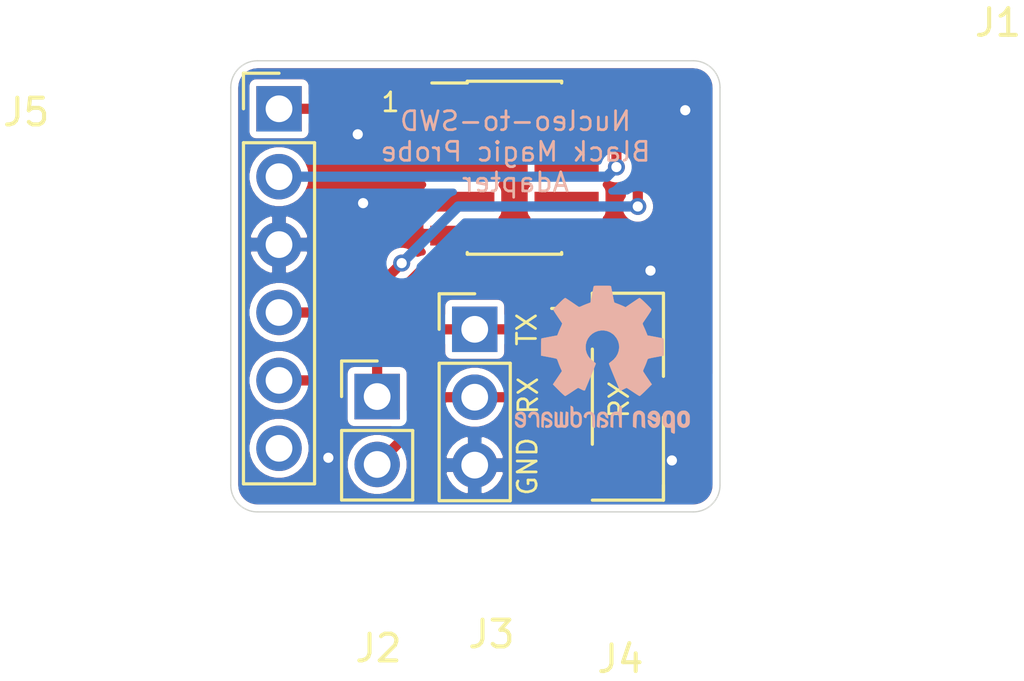
<source format=kicad_pcb>
(kicad_pcb (version 20171130) (host pcbnew 5.1.5)

  (general
    (thickness 1.6)
    (drawings 16)
    (tracks 41)
    (zones 0)
    (modules 6)
    (nets 12)
  )

  (page A4)
  (layers
    (0 F.Cu signal)
    (31 B.Cu signal)
    (32 B.Adhes user)
    (33 F.Adhes user)
    (34 B.Paste user)
    (35 F.Paste user)
    (36 B.SilkS user)
    (37 F.SilkS user)
    (38 B.Mask user)
    (39 F.Mask user)
    (40 Dwgs.User user)
    (41 Cmts.User user)
    (42 Eco1.User user)
    (43 Eco2.User user)
    (44 Edge.Cuts user)
    (45 Margin user)
    (46 B.CrtYd user)
    (47 F.CrtYd user)
    (48 B.Fab user)
    (49 F.Fab user)
  )

  (setup
    (last_trace_width 0.381)
    (user_trace_width 0.381)
    (trace_clearance 0.2)
    (zone_clearance 0.254)
    (zone_45_only no)
    (trace_min 0.2)
    (via_size 0.8)
    (via_drill 0.4)
    (via_min_size 0.4)
    (via_min_drill 0.3)
    (user_via 0.635 0.381)
    (uvia_size 0.3)
    (uvia_drill 0.1)
    (uvias_allowed no)
    (uvia_min_size 0.2)
    (uvia_min_drill 0.1)
    (edge_width 0.05)
    (segment_width 0.2)
    (pcb_text_width 0.3)
    (pcb_text_size 1.5 1.5)
    (mod_edge_width 0.12)
    (mod_text_size 1 1)
    (mod_text_width 0.15)
    (pad_size 1.524 1.524)
    (pad_drill 0.762)
    (pad_to_mask_clearance 0.051)
    (solder_mask_min_width 0.25)
    (aux_axis_origin 0 0)
    (visible_elements FFFFFF7F)
    (pcbplotparams
      (layerselection 0x010fc_ffffffff)
      (usegerberextensions false)
      (usegerberattributes false)
      (usegerberadvancedattributes false)
      (creategerberjobfile false)
      (excludeedgelayer true)
      (linewidth 0.100000)
      (plotframeref false)
      (viasonmask false)
      (mode 1)
      (useauxorigin false)
      (hpglpennumber 1)
      (hpglpenspeed 20)
      (hpglpendiameter 15.000000)
      (psnegative false)
      (psa4output false)
      (plotreference true)
      (plotvalue true)
      (plotinvisibletext false)
      (padsonsilk false)
      (subtractmaskfromsilk false)
      (outputformat 1)
      (mirror false)
      (drillshape 1)
      (scaleselection 1)
      (outputdirectory ""))
  )

  (net 0 "")
  (net 1 "Net-(J1-Pad1)")
  (net 2 "Net-(J1-Pad2)")
  (net 3 "Net-(J1-Pad4)")
  (net 4 "Net-(J1-Pad6)")
  (net 5 "Net-(J1-Pad7)")
  (net 6 "Net-(J1-Pad8)")
  (net 7 "Net-(J1-Pad10)")
  (net 8 "Net-(J2-Pad1)")
  (net 9 "Net-(J2-Pad2)")
  (net 10 "Net-(J5-Pad6)")
  (net 11 GND)

  (net_class Default "This is the default net class."
    (clearance 0.2)
    (trace_width 0.25)
    (via_dia 0.8)
    (via_drill 0.4)
    (uvia_dia 0.3)
    (uvia_drill 0.1)
    (add_net GND)
    (add_net "Net-(J1-Pad1)")
    (add_net "Net-(J1-Pad10)")
    (add_net "Net-(J1-Pad2)")
    (add_net "Net-(J1-Pad4)")
    (add_net "Net-(J1-Pad6)")
    (add_net "Net-(J1-Pad7)")
    (add_net "Net-(J1-Pad8)")
    (add_net "Net-(J2-Pad1)")
    (add_net "Net-(J2-Pad2)")
    (add_net "Net-(J5-Pad6)")
  )

  (module Symbols:OSHW-Logo2_7.3x6mm_SilkScreen (layer B.Cu) (tedit 0) (tstamp 61A7F934)
    (at 156.85 85.8 180)
    (descr "Open Source Hardware Symbol")
    (tags "Logo Symbol OSHW")
    (attr virtual)
    (fp_text reference REF*** (at 0 0) (layer B.SilkS) hide
      (effects (font (size 1 1) (thickness 0.15)) (justify mirror))
    )
    (fp_text value OSHW-Logo2_7.3x6mm_SilkScreen (at 0.75 0) (layer B.Fab) hide
      (effects (font (size 1 1) (thickness 0.15)) (justify mirror))
    )
    (fp_poly (pts (xy -2.400256 -1.919918) (xy -2.344799 -1.947568) (xy -2.295852 -1.99848) (xy -2.282371 -2.017338)
      (xy -2.267686 -2.042015) (xy -2.258158 -2.068816) (xy -2.252707 -2.104587) (xy -2.250253 -2.156169)
      (xy -2.249714 -2.224267) (xy -2.252148 -2.317588) (xy -2.260606 -2.387657) (xy -2.276826 -2.439931)
      (xy -2.302546 -2.479869) (xy -2.339503 -2.512929) (xy -2.342218 -2.514886) (xy -2.37864 -2.534908)
      (xy -2.422498 -2.544815) (xy -2.478276 -2.547257) (xy -2.568952 -2.547257) (xy -2.56899 -2.635283)
      (xy -2.569834 -2.684308) (xy -2.574976 -2.713065) (xy -2.588413 -2.730311) (xy -2.614142 -2.744808)
      (xy -2.620321 -2.747769) (xy -2.649236 -2.761648) (xy -2.671624 -2.770414) (xy -2.688271 -2.771171)
      (xy -2.699964 -2.761023) (xy -2.70749 -2.737073) (xy -2.711634 -2.696426) (xy -2.713185 -2.636186)
      (xy -2.712929 -2.553455) (xy -2.711651 -2.445339) (xy -2.711252 -2.413) (xy -2.709815 -2.301524)
      (xy -2.708528 -2.228603) (xy -2.569029 -2.228603) (xy -2.568245 -2.290499) (xy -2.56476 -2.330997)
      (xy -2.556876 -2.357708) (xy -2.542895 -2.378244) (xy -2.533403 -2.38826) (xy -2.494596 -2.417567)
      (xy -2.460237 -2.419952) (xy -2.424784 -2.39575) (xy -2.423886 -2.394857) (xy -2.409461 -2.376153)
      (xy -2.400687 -2.350732) (xy -2.396261 -2.311584) (xy -2.394882 -2.251697) (xy -2.394857 -2.23843)
      (xy -2.398188 -2.155901) (xy -2.409031 -2.098691) (xy -2.42866 -2.063766) (xy -2.45835 -2.048094)
      (xy -2.475509 -2.046514) (xy -2.516234 -2.053926) (xy -2.544168 -2.07833) (xy -2.560983 -2.12298)
      (xy -2.56835 -2.19113) (xy -2.569029 -2.228603) (xy -2.708528 -2.228603) (xy -2.708292 -2.215245)
      (xy -2.706323 -2.150333) (xy -2.70355 -2.102958) (xy -2.699612 -2.06929) (xy -2.694151 -2.045498)
      (xy -2.686808 -2.027753) (xy -2.677223 -2.012224) (xy -2.673113 -2.006381) (xy -2.618595 -1.951185)
      (xy -2.549664 -1.91989) (xy -2.469928 -1.911165) (xy -2.400256 -1.919918)) (layer B.SilkS) (width 0.01))
    (fp_poly (pts (xy -1.283907 -1.92778) (xy -1.237328 -1.954723) (xy -1.204943 -1.981466) (xy -1.181258 -2.009484)
      (xy -1.164941 -2.043748) (xy -1.154661 -2.089227) (xy -1.149086 -2.150892) (xy -1.146884 -2.233711)
      (xy -1.146629 -2.293246) (xy -1.146629 -2.512391) (xy -1.208314 -2.540044) (xy -1.27 -2.567697)
      (xy -1.277257 -2.32767) (xy -1.280256 -2.238028) (xy -1.283402 -2.172962) (xy -1.287299 -2.128026)
      (xy -1.292553 -2.09877) (xy -1.299769 -2.080748) (xy -1.30955 -2.069511) (xy -1.312688 -2.067079)
      (xy -1.360239 -2.048083) (xy -1.408303 -2.0556) (xy -1.436914 -2.075543) (xy -1.448553 -2.089675)
      (xy -1.456609 -2.10822) (xy -1.461729 -2.136334) (xy -1.464559 -2.179173) (xy -1.465744 -2.241895)
      (xy -1.465943 -2.307261) (xy -1.465982 -2.389268) (xy -1.467386 -2.447316) (xy -1.472086 -2.486465)
      (xy -1.482013 -2.51178) (xy -1.499097 -2.528323) (xy -1.525268 -2.541156) (xy -1.560225 -2.554491)
      (xy -1.598404 -2.569007) (xy -1.593859 -2.311389) (xy -1.592029 -2.218519) (xy -1.589888 -2.149889)
      (xy -1.586819 -2.100711) (xy -1.582206 -2.066198) (xy -1.575432 -2.041562) (xy -1.565881 -2.022016)
      (xy -1.554366 -2.00477) (xy -1.49881 -1.94968) (xy -1.43102 -1.917822) (xy -1.357287 -1.910191)
      (xy -1.283907 -1.92778)) (layer B.SilkS) (width 0.01))
    (fp_poly (pts (xy -2.958885 -1.921962) (xy -2.890855 -1.957733) (xy -2.840649 -2.015301) (xy -2.822815 -2.052312)
      (xy -2.808937 -2.107882) (xy -2.801833 -2.178096) (xy -2.80116 -2.254727) (xy -2.806573 -2.329552)
      (xy -2.81773 -2.394342) (xy -2.834286 -2.440873) (xy -2.839374 -2.448887) (xy -2.899645 -2.508707)
      (xy -2.971231 -2.544535) (xy -3.048908 -2.55502) (xy -3.127452 -2.53881) (xy -3.149311 -2.529092)
      (xy -3.191878 -2.499143) (xy -3.229237 -2.459433) (xy -3.232768 -2.454397) (xy -3.247119 -2.430124)
      (xy -3.256606 -2.404178) (xy -3.26221 -2.370022) (xy -3.264914 -2.321119) (xy -3.265701 -2.250935)
      (xy -3.265714 -2.2352) (xy -3.265678 -2.230192) (xy -3.120571 -2.230192) (xy -3.119727 -2.29643)
      (xy -3.116404 -2.340386) (xy -3.109417 -2.368779) (xy -3.097584 -2.388325) (xy -3.091543 -2.394857)
      (xy -3.056814 -2.41968) (xy -3.023097 -2.418548) (xy -2.989005 -2.397016) (xy -2.968671 -2.374029)
      (xy -2.956629 -2.340478) (xy -2.949866 -2.287569) (xy -2.949402 -2.281399) (xy -2.948248 -2.185513)
      (xy -2.960312 -2.114299) (xy -2.98543 -2.068194) (xy -3.02344 -2.047635) (xy -3.037008 -2.046514)
      (xy -3.072636 -2.052152) (xy -3.097006 -2.071686) (xy -3.111907 -2.109042) (xy -3.119125 -2.16815)
      (xy -3.120571 -2.230192) (xy -3.265678 -2.230192) (xy -3.265174 -2.160413) (xy -3.262904 -2.108159)
      (xy -3.257932 -2.071949) (xy -3.249287 -2.045299) (xy -3.235995 -2.021722) (xy -3.233057 -2.017338)
      (xy -3.183687 -1.958249) (xy -3.129891 -1.923947) (xy -3.064398 -1.910331) (xy -3.042158 -1.909665)
      (xy -2.958885 -1.921962)) (layer B.SilkS) (width 0.01))
    (fp_poly (pts (xy -1.831697 -1.931239) (xy -1.774473 -1.969735) (xy -1.730251 -2.025335) (xy -1.703833 -2.096086)
      (xy -1.69849 -2.148162) (xy -1.699097 -2.169893) (xy -1.704178 -2.186531) (xy -1.718145 -2.201437)
      (xy -1.745411 -2.217973) (xy -1.790388 -2.239498) (xy -1.857489 -2.269374) (xy -1.857829 -2.269524)
      (xy -1.919593 -2.297813) (xy -1.970241 -2.322933) (xy -2.004596 -2.342179) (xy -2.017482 -2.352848)
      (xy -2.017486 -2.352934) (xy -2.006128 -2.376166) (xy -1.979569 -2.401774) (xy -1.949077 -2.420221)
      (xy -1.93363 -2.423886) (xy -1.891485 -2.411212) (xy -1.855192 -2.379471) (xy -1.837483 -2.344572)
      (xy -1.820448 -2.318845) (xy -1.787078 -2.289546) (xy -1.747851 -2.264235) (xy -1.713244 -2.250471)
      (xy -1.706007 -2.249714) (xy -1.697861 -2.26216) (xy -1.69737 -2.293972) (xy -1.703357 -2.336866)
      (xy -1.714643 -2.382558) (xy -1.73005 -2.422761) (xy -1.730829 -2.424322) (xy -1.777196 -2.489062)
      (xy -1.837289 -2.533097) (xy -1.905535 -2.554711) (xy -1.976362 -2.552185) (xy -2.044196 -2.523804)
      (xy -2.047212 -2.521808) (xy -2.100573 -2.473448) (xy -2.13566 -2.410352) (xy -2.155078 -2.327387)
      (xy -2.157684 -2.304078) (xy -2.162299 -2.194055) (xy -2.156767 -2.142748) (xy -2.017486 -2.142748)
      (xy -2.015676 -2.174753) (xy -2.005778 -2.184093) (xy -1.981102 -2.177105) (xy -1.942205 -2.160587)
      (xy -1.898725 -2.139881) (xy -1.897644 -2.139333) (xy -1.860791 -2.119949) (xy -1.846 -2.107013)
      (xy -1.849647 -2.093451) (xy -1.865005 -2.075632) (xy -1.904077 -2.049845) (xy -1.946154 -2.04795)
      (xy -1.983897 -2.066717) (xy -2.009966 -2.102915) (xy -2.017486 -2.142748) (xy -2.156767 -2.142748)
      (xy -2.152806 -2.106027) (xy -2.12845 -2.036212) (xy -2.094544 -1.987302) (xy -2.033347 -1.937878)
      (xy -1.965937 -1.913359) (xy -1.89712 -1.911797) (xy -1.831697 -1.931239)) (layer B.SilkS) (width 0.01))
    (fp_poly (pts (xy -0.624114 -1.851289) (xy -0.619861 -1.910613) (xy -0.614975 -1.945572) (xy -0.608205 -1.96082)
      (xy -0.598298 -1.961015) (xy -0.595086 -1.959195) (xy -0.552356 -1.946015) (xy -0.496773 -1.946785)
      (xy -0.440263 -1.960333) (xy -0.404918 -1.977861) (xy -0.368679 -2.005861) (xy -0.342187 -2.037549)
      (xy -0.324001 -2.077813) (xy -0.312678 -2.131543) (xy -0.306778 -2.203626) (xy -0.304857 -2.298951)
      (xy -0.304823 -2.317237) (xy -0.3048 -2.522646) (xy -0.350509 -2.53858) (xy -0.382973 -2.54942)
      (xy -0.400785 -2.554468) (xy -0.401309 -2.554514) (xy -0.403063 -2.540828) (xy -0.404556 -2.503076)
      (xy -0.405674 -2.446224) (xy -0.406303 -2.375234) (xy -0.4064 -2.332073) (xy -0.406602 -2.246973)
      (xy -0.407642 -2.185981) (xy -0.410169 -2.144177) (xy -0.414836 -2.116642) (xy -0.422293 -2.098456)
      (xy -0.433189 -2.084698) (xy -0.439993 -2.078073) (xy -0.486728 -2.051375) (xy -0.537728 -2.049375)
      (xy -0.583999 -2.071955) (xy -0.592556 -2.080107) (xy -0.605107 -2.095436) (xy -0.613812 -2.113618)
      (xy -0.619369 -2.139909) (xy -0.622474 -2.179562) (xy -0.623824 -2.237832) (xy -0.624114 -2.318173)
      (xy -0.624114 -2.522646) (xy -0.669823 -2.53858) (xy -0.702287 -2.54942) (xy -0.720099 -2.554468)
      (xy -0.720623 -2.554514) (xy -0.721963 -2.540623) (xy -0.723172 -2.501439) (xy -0.724199 -2.4407)
      (xy -0.724998 -2.362141) (xy -0.725519 -2.269498) (xy -0.725714 -2.166509) (xy -0.725714 -1.769342)
      (xy -0.678543 -1.749444) (xy -0.631371 -1.729547) (xy -0.624114 -1.851289)) (layer B.SilkS) (width 0.01))
    (fp_poly (pts (xy 0.039744 -1.950968) (xy 0.096616 -1.972087) (xy 0.097267 -1.972493) (xy 0.13244 -1.99838)
      (xy 0.158407 -2.028633) (xy 0.17667 -2.068058) (xy 0.188732 -2.121462) (xy 0.196096 -2.193651)
      (xy 0.200264 -2.289432) (xy 0.200629 -2.303078) (xy 0.205876 -2.508842) (xy 0.161716 -2.531678)
      (xy 0.129763 -2.54711) (xy 0.11047 -2.554423) (xy 0.109578 -2.554514) (xy 0.106239 -2.541022)
      (xy 0.103587 -2.504626) (xy 0.101956 -2.451452) (xy 0.1016 -2.408393) (xy 0.101592 -2.338641)
      (xy 0.098403 -2.294837) (xy 0.087288 -2.273944) (xy 0.063501 -2.272925) (xy 0.022296 -2.288741)
      (xy -0.039914 -2.317815) (xy -0.085659 -2.341963) (xy -0.109187 -2.362913) (xy -0.116104 -2.385747)
      (xy -0.116114 -2.386877) (xy -0.104701 -2.426212) (xy -0.070908 -2.447462) (xy -0.019191 -2.450539)
      (xy 0.018061 -2.450006) (xy 0.037703 -2.460735) (xy 0.049952 -2.486505) (xy 0.057002 -2.519337)
      (xy 0.046842 -2.537966) (xy 0.043017 -2.540632) (xy 0.007001 -2.55134) (xy -0.043434 -2.552856)
      (xy -0.095374 -2.545759) (xy -0.132178 -2.532788) (xy -0.183062 -2.489585) (xy -0.211986 -2.429446)
      (xy -0.217714 -2.382462) (xy -0.213343 -2.340082) (xy -0.197525 -2.305488) (xy -0.166203 -2.274763)
      (xy -0.115322 -2.24399) (xy -0.040824 -2.209252) (xy -0.036286 -2.207288) (xy 0.030821 -2.176287)
      (xy 0.072232 -2.150862) (xy 0.089981 -2.128014) (xy 0.086107 -2.104745) (xy 0.062643 -2.078056)
      (xy 0.055627 -2.071914) (xy 0.00863 -2.0481) (xy -0.040067 -2.049103) (xy -0.082478 -2.072451)
      (xy -0.110616 -2.115675) (xy -0.113231 -2.12416) (xy -0.138692 -2.165308) (xy -0.170999 -2.185128)
      (xy -0.217714 -2.20477) (xy -0.217714 -2.15395) (xy -0.203504 -2.080082) (xy -0.161325 -2.012327)
      (xy -0.139376 -1.989661) (xy -0.089483 -1.960569) (xy -0.026033 -1.9474) (xy 0.039744 -1.950968)) (layer B.SilkS) (width 0.01))
    (fp_poly (pts (xy 0.529926 -1.949755) (xy 0.595858 -1.974084) (xy 0.649273 -2.017117) (xy 0.670164 -2.047409)
      (xy 0.692939 -2.102994) (xy 0.692466 -2.143186) (xy 0.668562 -2.170217) (xy 0.659717 -2.174813)
      (xy 0.62153 -2.189144) (xy 0.602028 -2.185472) (xy 0.595422 -2.161407) (xy 0.595086 -2.148114)
      (xy 0.582992 -2.09921) (xy 0.551471 -2.064999) (xy 0.507659 -2.048476) (xy 0.458695 -2.052634)
      (xy 0.418894 -2.074227) (xy 0.40545 -2.086544) (xy 0.395921 -2.101487) (xy 0.389485 -2.124075)
      (xy 0.385317 -2.159328) (xy 0.382597 -2.212266) (xy 0.380502 -2.287907) (xy 0.37996 -2.311857)
      (xy 0.377981 -2.39379) (xy 0.375731 -2.451455) (xy 0.372357 -2.489608) (xy 0.367006 -2.513004)
      (xy 0.358824 -2.526398) (xy 0.346959 -2.534545) (xy 0.339362 -2.538144) (xy 0.307102 -2.550452)
      (xy 0.288111 -2.554514) (xy 0.281836 -2.540948) (xy 0.278006 -2.499934) (xy 0.2766 -2.430999)
      (xy 0.277598 -2.333669) (xy 0.277908 -2.318657) (xy 0.280101 -2.229859) (xy 0.282693 -2.165019)
      (xy 0.286382 -2.119067) (xy 0.291864 -2.086935) (xy 0.299835 -2.063553) (xy 0.310993 -2.043852)
      (xy 0.31683 -2.03541) (xy 0.350296 -1.998057) (xy 0.387727 -1.969003) (xy 0.392309 -1.966467)
      (xy 0.459426 -1.946443) (xy 0.529926 -1.949755)) (layer B.SilkS) (width 0.01))
    (fp_poly (pts (xy 1.190117 -2.065358) (xy 1.189933 -2.173837) (xy 1.189219 -2.257287) (xy 1.187675 -2.319704)
      (xy 1.185001 -2.365085) (xy 1.180894 -2.397429) (xy 1.175055 -2.420733) (xy 1.167182 -2.438995)
      (xy 1.161221 -2.449418) (xy 1.111855 -2.505945) (xy 1.049264 -2.541377) (xy 0.980013 -2.55409)
      (xy 0.910668 -2.542463) (xy 0.869375 -2.521568) (xy 0.826025 -2.485422) (xy 0.796481 -2.441276)
      (xy 0.778655 -2.383462) (xy 0.770463 -2.306313) (xy 0.769302 -2.249714) (xy 0.769458 -2.245647)
      (xy 0.870857 -2.245647) (xy 0.871476 -2.31055) (xy 0.874314 -2.353514) (xy 0.88084 -2.381622)
      (xy 0.892523 -2.401953) (xy 0.906483 -2.417288) (xy 0.953365 -2.44689) (xy 1.003701 -2.449419)
      (xy 1.051276 -2.424705) (xy 1.054979 -2.421356) (xy 1.070783 -2.403935) (xy 1.080693 -2.383209)
      (xy 1.086058 -2.352362) (xy 1.088228 -2.304577) (xy 1.088571 -2.251748) (xy 1.087827 -2.185381)
      (xy 1.084748 -2.141106) (xy 1.078061 -2.112009) (xy 1.066496 -2.091173) (xy 1.057013 -2.080107)
      (xy 1.01296 -2.052198) (xy 0.962224 -2.048843) (xy 0.913796 -2.070159) (xy 0.90445 -2.078073)
      (xy 0.88854 -2.095647) (xy 0.87861 -2.116587) (xy 0.873278 -2.147782) (xy 0.871163 -2.196122)
      (xy 0.870857 -2.245647) (xy 0.769458 -2.245647) (xy 0.77281 -2.158568) (xy 0.784726 -2.090086)
      (xy 0.807135 -2.0386) (xy 0.842124 -1.998443) (xy 0.869375 -1.977861) (xy 0.918907 -1.955625)
      (xy 0.976316 -1.945304) (xy 1.029682 -1.948067) (xy 1.059543 -1.959212) (xy 1.071261 -1.962383)
      (xy 1.079037 -1.950557) (xy 1.084465 -1.918866) (xy 1.088571 -1.870593) (xy 1.093067 -1.816829)
      (xy 1.099313 -1.784482) (xy 1.110676 -1.765985) (xy 1.130528 -1.75377) (xy 1.143 -1.748362)
      (xy 1.190171 -1.728601) (xy 1.190117 -2.065358)) (layer B.SilkS) (width 0.01))
    (fp_poly (pts (xy 1.779833 -1.958663) (xy 1.782048 -1.99685) (xy 1.783784 -2.054886) (xy 1.784899 -2.12818)
      (xy 1.785257 -2.205055) (xy 1.785257 -2.465196) (xy 1.739326 -2.511127) (xy 1.707675 -2.539429)
      (xy 1.67989 -2.550893) (xy 1.641915 -2.550168) (xy 1.62684 -2.548321) (xy 1.579726 -2.542948)
      (xy 1.540756 -2.539869) (xy 1.531257 -2.539585) (xy 1.499233 -2.541445) (xy 1.453432 -2.546114)
      (xy 1.435674 -2.548321) (xy 1.392057 -2.551735) (xy 1.362745 -2.54432) (xy 1.33368 -2.521427)
      (xy 1.323188 -2.511127) (xy 1.277257 -2.465196) (xy 1.277257 -1.978602) (xy 1.314226 -1.961758)
      (xy 1.346059 -1.949282) (xy 1.364683 -1.944914) (xy 1.369458 -1.958718) (xy 1.373921 -1.997286)
      (xy 1.377775 -2.056356) (xy 1.380722 -2.131663) (xy 1.382143 -2.195286) (xy 1.386114 -2.445657)
      (xy 1.420759 -2.450556) (xy 1.452268 -2.447131) (xy 1.467708 -2.436041) (xy 1.472023 -2.415308)
      (xy 1.475708 -2.371145) (xy 1.478469 -2.309146) (xy 1.480012 -2.234909) (xy 1.480235 -2.196706)
      (xy 1.480457 -1.976783) (xy 1.526166 -1.960849) (xy 1.558518 -1.950015) (xy 1.576115 -1.944962)
      (xy 1.576623 -1.944914) (xy 1.578388 -1.958648) (xy 1.580329 -1.99673) (xy 1.582282 -2.054482)
      (xy 1.584084 -2.127227) (xy 1.585343 -2.195286) (xy 1.589314 -2.445657) (xy 1.6764 -2.445657)
      (xy 1.680396 -2.21724) (xy 1.684392 -1.988822) (xy 1.726847 -1.966868) (xy 1.758192 -1.951793)
      (xy 1.776744 -1.944951) (xy 1.777279 -1.944914) (xy 1.779833 -1.958663)) (layer B.SilkS) (width 0.01))
    (fp_poly (pts (xy 2.144876 -1.956335) (xy 2.186667 -1.975344) (xy 2.219469 -1.998378) (xy 2.243503 -2.024133)
      (xy 2.260097 -2.057358) (xy 2.270577 -2.1028) (xy 2.276271 -2.165207) (xy 2.278507 -2.249327)
      (xy 2.278743 -2.304721) (xy 2.278743 -2.520826) (xy 2.241774 -2.53767) (xy 2.212656 -2.549981)
      (xy 2.198231 -2.554514) (xy 2.195472 -2.541025) (xy 2.193282 -2.504653) (xy 2.191942 -2.451542)
      (xy 2.191657 -2.409372) (xy 2.190434 -2.348447) (xy 2.187136 -2.300115) (xy 2.182321 -2.270518)
      (xy 2.178496 -2.264229) (xy 2.152783 -2.270652) (xy 2.112418 -2.287125) (xy 2.065679 -2.309458)
      (xy 2.020845 -2.333457) (xy 1.986193 -2.35493) (xy 1.970002 -2.369685) (xy 1.969938 -2.369845)
      (xy 1.97133 -2.397152) (xy 1.983818 -2.423219) (xy 2.005743 -2.444392) (xy 2.037743 -2.451474)
      (xy 2.065092 -2.450649) (xy 2.103826 -2.450042) (xy 2.124158 -2.459116) (xy 2.136369 -2.483092)
      (xy 2.137909 -2.487613) (xy 2.143203 -2.521806) (xy 2.129047 -2.542568) (xy 2.092148 -2.552462)
      (xy 2.052289 -2.554292) (xy 1.980562 -2.540727) (xy 1.943432 -2.521355) (xy 1.897576 -2.475845)
      (xy 1.873256 -2.419983) (xy 1.871073 -2.360957) (xy 1.891629 -2.305953) (xy 1.922549 -2.271486)
      (xy 1.95342 -2.252189) (xy 2.001942 -2.227759) (xy 2.058485 -2.202985) (xy 2.06791 -2.199199)
      (xy 2.130019 -2.171791) (xy 2.165822 -2.147634) (xy 2.177337 -2.123619) (xy 2.16658 -2.096635)
      (xy 2.148114 -2.075543) (xy 2.104469 -2.049572) (xy 2.056446 -2.047624) (xy 2.012406 -2.067637)
      (xy 1.980709 -2.107551) (xy 1.976549 -2.117848) (xy 1.952327 -2.155724) (xy 1.916965 -2.183842)
      (xy 1.872343 -2.206917) (xy 1.872343 -2.141485) (xy 1.874969 -2.101506) (xy 1.88623 -2.069997)
      (xy 1.911199 -2.036378) (xy 1.935169 -2.010484) (xy 1.972441 -1.973817) (xy 2.001401 -1.954121)
      (xy 2.032505 -1.94622) (xy 2.067713 -1.944914) (xy 2.144876 -1.956335)) (layer B.SilkS) (width 0.01))
    (fp_poly (pts (xy 2.6526 -1.958752) (xy 2.669948 -1.966334) (xy 2.711356 -1.999128) (xy 2.746765 -2.046547)
      (xy 2.768664 -2.097151) (xy 2.772229 -2.122098) (xy 2.760279 -2.156927) (xy 2.734067 -2.175357)
      (xy 2.705964 -2.186516) (xy 2.693095 -2.188572) (xy 2.686829 -2.173649) (xy 2.674456 -2.141175)
      (xy 2.669028 -2.126502) (xy 2.63859 -2.075744) (xy 2.59452 -2.050427) (xy 2.53801 -2.051206)
      (xy 2.533825 -2.052203) (xy 2.503655 -2.066507) (xy 2.481476 -2.094393) (xy 2.466327 -2.139287)
      (xy 2.45725 -2.204615) (xy 2.453286 -2.293804) (xy 2.452914 -2.341261) (xy 2.45273 -2.416071)
      (xy 2.451522 -2.467069) (xy 2.448309 -2.499471) (xy 2.442109 -2.518495) (xy 2.43194 -2.529356)
      (xy 2.416819 -2.537272) (xy 2.415946 -2.53767) (xy 2.386828 -2.549981) (xy 2.372403 -2.554514)
      (xy 2.370186 -2.540809) (xy 2.368289 -2.502925) (xy 2.366847 -2.445715) (xy 2.365998 -2.374027)
      (xy 2.365829 -2.321565) (xy 2.366692 -2.220047) (xy 2.37007 -2.143032) (xy 2.377142 -2.086023)
      (xy 2.389088 -2.044526) (xy 2.40709 -2.014043) (xy 2.432327 -1.99008) (xy 2.457247 -1.973355)
      (xy 2.517171 -1.951097) (xy 2.586911 -1.946076) (xy 2.6526 -1.958752)) (layer B.SilkS) (width 0.01))
    (fp_poly (pts (xy 3.153595 -1.966966) (xy 3.211021 -2.004497) (xy 3.238719 -2.038096) (xy 3.260662 -2.099064)
      (xy 3.262405 -2.147308) (xy 3.258457 -2.211816) (xy 3.109686 -2.276934) (xy 3.037349 -2.310202)
      (xy 2.990084 -2.336964) (xy 2.965507 -2.360144) (xy 2.961237 -2.382667) (xy 2.974889 -2.407455)
      (xy 2.989943 -2.423886) (xy 3.033746 -2.450235) (xy 3.081389 -2.452081) (xy 3.125145 -2.431546)
      (xy 3.157289 -2.390752) (xy 3.163038 -2.376347) (xy 3.190576 -2.331356) (xy 3.222258 -2.312182)
      (xy 3.265714 -2.295779) (xy 3.265714 -2.357966) (xy 3.261872 -2.400283) (xy 3.246823 -2.435969)
      (xy 3.21528 -2.476943) (xy 3.210592 -2.482267) (xy 3.175506 -2.51872) (xy 3.145347 -2.538283)
      (xy 3.107615 -2.547283) (xy 3.076335 -2.55023) (xy 3.020385 -2.550965) (xy 2.980555 -2.54166)
      (xy 2.955708 -2.527846) (xy 2.916656 -2.497467) (xy 2.889625 -2.464613) (xy 2.872517 -2.423294)
      (xy 2.863238 -2.367521) (xy 2.859693 -2.291305) (xy 2.85941 -2.252622) (xy 2.860372 -2.206247)
      (xy 2.948007 -2.206247) (xy 2.949023 -2.231126) (xy 2.951556 -2.2352) (xy 2.968274 -2.229665)
      (xy 3.004249 -2.215017) (xy 3.052331 -2.19419) (xy 3.062386 -2.189714) (xy 3.123152 -2.158814)
      (xy 3.156632 -2.131657) (xy 3.16399 -2.10622) (xy 3.146391 -2.080481) (xy 3.131856 -2.069109)
      (xy 3.07941 -2.046364) (xy 3.030322 -2.050122) (xy 2.989227 -2.077884) (xy 2.960758 -2.127152)
      (xy 2.951631 -2.166257) (xy 2.948007 -2.206247) (xy 2.860372 -2.206247) (xy 2.861285 -2.162249)
      (xy 2.868196 -2.095384) (xy 2.881884 -2.046695) (xy 2.904096 -2.010849) (xy 2.936574 -1.982513)
      (xy 2.950733 -1.973355) (xy 3.015053 -1.949507) (xy 3.085473 -1.948006) (xy 3.153595 -1.966966)) (layer B.SilkS) (width 0.01))
    (fp_poly (pts (xy 0.10391 2.757652) (xy 0.182454 2.757222) (xy 0.239298 2.756058) (xy 0.278105 2.753793)
      (xy 0.302538 2.75006) (xy 0.316262 2.744494) (xy 0.32294 2.736727) (xy 0.326236 2.726395)
      (xy 0.326556 2.725057) (xy 0.331562 2.700921) (xy 0.340829 2.653299) (xy 0.353392 2.587259)
      (xy 0.368287 2.507872) (xy 0.384551 2.420204) (xy 0.385119 2.417125) (xy 0.40141 2.331211)
      (xy 0.416652 2.255304) (xy 0.429861 2.193955) (xy 0.440054 2.151718) (xy 0.446248 2.133145)
      (xy 0.446543 2.132816) (xy 0.464788 2.123747) (xy 0.502405 2.108633) (xy 0.551271 2.090738)
      (xy 0.551543 2.090642) (xy 0.613093 2.067507) (xy 0.685657 2.038035) (xy 0.754057 2.008403)
      (xy 0.757294 2.006938) (xy 0.868702 1.956374) (xy 1.115399 2.12484) (xy 1.191077 2.176197)
      (xy 1.259631 2.222111) (xy 1.317088 2.25997) (xy 1.359476 2.287163) (xy 1.382825 2.301079)
      (xy 1.385042 2.302111) (xy 1.40201 2.297516) (xy 1.433701 2.275345) (xy 1.481352 2.234553)
      (xy 1.546198 2.174095) (xy 1.612397 2.109773) (xy 1.676214 2.046388) (xy 1.733329 1.988549)
      (xy 1.780305 1.939825) (xy 1.813703 1.90379) (xy 1.830085 1.884016) (xy 1.830694 1.882998)
      (xy 1.832505 1.869428) (xy 1.825683 1.847267) (xy 1.80854 1.813522) (xy 1.779393 1.7652)
      (xy 1.736555 1.699308) (xy 1.679448 1.614483) (xy 1.628766 1.539823) (xy 1.583461 1.47286)
      (xy 1.54615 1.417484) (xy 1.519452 1.37758) (xy 1.505985 1.357038) (xy 1.505137 1.355644)
      (xy 1.506781 1.335962) (xy 1.519245 1.297707) (xy 1.540048 1.248111) (xy 1.547462 1.232272)
      (xy 1.579814 1.16171) (xy 1.614328 1.081647) (xy 1.642365 1.012371) (xy 1.662568 0.960955)
      (xy 1.678615 0.921881) (xy 1.687888 0.901459) (xy 1.689041 0.899886) (xy 1.706096 0.897279)
      (xy 1.746298 0.890137) (xy 1.804302 0.879477) (xy 1.874763 0.866315) (xy 1.952335 0.851667)
      (xy 2.031672 0.836551) (xy 2.107431 0.821982) (xy 2.174264 0.808978) (xy 2.226828 0.798555)
      (xy 2.259776 0.79173) (xy 2.267857 0.789801) (xy 2.276205 0.785038) (xy 2.282506 0.774282)
      (xy 2.287045 0.753902) (xy 2.290104 0.720266) (xy 2.291967 0.669745) (xy 2.292918 0.598708)
      (xy 2.29324 0.503524) (xy 2.293257 0.464508) (xy 2.293257 0.147201) (xy 2.217057 0.132161)
      (xy 2.174663 0.124005) (xy 2.1114 0.112101) (xy 2.034962 0.097884) (xy 1.953043 0.08279)
      (xy 1.9304 0.078645) (xy 1.854806 0.063947) (xy 1.788953 0.049495) (xy 1.738366 0.036625)
      (xy 1.708574 0.026678) (xy 1.703612 0.023713) (xy 1.691426 0.002717) (xy 1.673953 -0.037967)
      (xy 1.654577 -0.090322) (xy 1.650734 -0.1016) (xy 1.625339 -0.171523) (xy 1.593817 -0.250418)
      (xy 1.562969 -0.321266) (xy 1.562817 -0.321595) (xy 1.511447 -0.432733) (xy 1.680399 -0.681253)
      (xy 1.849352 -0.929772) (xy 1.632429 -1.147058) (xy 1.566819 -1.211726) (xy 1.506979 -1.268733)
      (xy 1.456267 -1.315033) (xy 1.418046 -1.347584) (xy 1.395675 -1.363343) (xy 1.392466 -1.364343)
      (xy 1.373626 -1.356469) (xy 1.33518 -1.334578) (xy 1.28133 -1.301267) (xy 1.216276 -1.259131)
      (xy 1.14594 -1.211943) (xy 1.074555 -1.16381) (xy 1.010908 -1.121928) (xy 0.959041 -1.088871)
      (xy 0.922995 -1.067218) (xy 0.906867 -1.059543) (xy 0.887189 -1.066037) (xy 0.849875 -1.08315)
      (xy 0.802621 -1.107326) (xy 0.797612 -1.110013) (xy 0.733977 -1.141927) (xy 0.690341 -1.157579)
      (xy 0.663202 -1.157745) (xy 0.649057 -1.143204) (xy 0.648975 -1.143) (xy 0.641905 -1.125779)
      (xy 0.625042 -1.084899) (xy 0.599695 -1.023525) (xy 0.567171 -0.944819) (xy 0.528778 -0.851947)
      (xy 0.485822 -0.748072) (xy 0.444222 -0.647502) (xy 0.398504 -0.536516) (xy 0.356526 -0.433703)
      (xy 0.319548 -0.342215) (xy 0.288827 -0.265201) (xy 0.265622 -0.205815) (xy 0.25119 -0.167209)
      (xy 0.246743 -0.1528) (xy 0.257896 -0.136272) (xy 0.287069 -0.10993) (xy 0.325971 -0.080887)
      (xy 0.436757 0.010961) (xy 0.523351 0.116241) (xy 0.584716 0.232734) (xy 0.619815 0.358224)
      (xy 0.627608 0.490493) (xy 0.621943 0.551543) (xy 0.591078 0.678205) (xy 0.53792 0.790059)
      (xy 0.465767 0.885999) (xy 0.377917 0.964924) (xy 0.277665 1.02573) (xy 0.16831 1.067313)
      (xy 0.053147 1.088572) (xy -0.064525 1.088401) (xy -0.18141 1.065699) (xy -0.294211 1.019362)
      (xy -0.399631 0.948287) (xy -0.443632 0.908089) (xy -0.528021 0.804871) (xy -0.586778 0.692075)
      (xy -0.620296 0.57299) (xy -0.628965 0.450905) (xy -0.613177 0.329107) (xy -0.573322 0.210884)
      (xy -0.509793 0.099525) (xy -0.422979 -0.001684) (xy -0.325971 -0.080887) (xy -0.285563 -0.111162)
      (xy -0.257018 -0.137219) (xy -0.246743 -0.152825) (xy -0.252123 -0.169843) (xy -0.267425 -0.2105)
      (xy -0.291388 -0.271642) (xy -0.322756 -0.350119) (xy -0.360268 -0.44278) (xy -0.402667 -0.546472)
      (xy -0.444337 -0.647526) (xy -0.49031 -0.758607) (xy -0.532893 -0.861541) (xy -0.570779 -0.953165)
      (xy -0.60266 -1.030316) (xy -0.627229 -1.089831) (xy -0.64318 -1.128544) (xy -0.64909 -1.143)
      (xy -0.663052 -1.157685) (xy -0.69006 -1.157642) (xy -0.733587 -1.142099) (xy -0.79711 -1.110284)
      (xy -0.797612 -1.110013) (xy -0.84544 -1.085323) (xy -0.884103 -1.067338) (xy -0.905905 -1.059614)
      (xy -0.906867 -1.059543) (xy -0.923279 -1.067378) (xy -0.959513 -1.089165) (xy -1.011526 -1.122328)
      (xy -1.075275 -1.164291) (xy -1.14594 -1.211943) (xy -1.217884 -1.260191) (xy -1.282726 -1.302151)
      (xy -1.336265 -1.335227) (xy -1.374303 -1.356821) (xy -1.392467 -1.364343) (xy -1.409192 -1.354457)
      (xy -1.44282 -1.326826) (xy -1.48999 -1.284495) (xy -1.547342 -1.230505) (xy -1.611516 -1.167899)
      (xy -1.632503 -1.146983) (xy -1.849501 -0.929623) (xy -1.684332 -0.68722) (xy -1.634136 -0.612781)
      (xy -1.590081 -0.545972) (xy -1.554638 -0.490665) (xy -1.530281 -0.450729) (xy -1.519478 -0.430036)
      (xy -1.519162 -0.428563) (xy -1.524857 -0.409058) (xy -1.540174 -0.369822) (xy -1.562463 -0.31743)
      (xy -1.578107 -0.282355) (xy -1.607359 -0.215201) (xy -1.634906 -0.147358) (xy -1.656263 -0.090034)
      (xy -1.662065 -0.072572) (xy -1.678548 -0.025938) (xy -1.69466 0.010095) (xy -1.70351 0.023713)
      (xy -1.72304 0.032048) (xy -1.765666 0.043863) (xy -1.825855 0.057819) (xy -1.898078 0.072578)
      (xy -1.9304 0.078645) (xy -2.012478 0.093727) (xy -2.091205 0.108331) (xy -2.158891 0.12102)
      (xy -2.20784 0.130358) (xy -2.217057 0.132161) (xy -2.293257 0.147201) (xy -2.293257 0.464508)
      (xy -2.293086 0.568846) (xy -2.292384 0.647787) (xy -2.290866 0.704962) (xy -2.288251 0.744001)
      (xy -2.284254 0.768535) (xy -2.278591 0.782195) (xy -2.27098 0.788611) (xy -2.267857 0.789801)
      (xy -2.249022 0.79402) (xy -2.207412 0.802438) (xy -2.14837 0.814039) (xy -2.077243 0.827805)
      (xy -1.999375 0.84272) (xy -1.920113 0.857768) (xy -1.844802 0.871931) (xy -1.778787 0.884194)
      (xy -1.727413 0.893539) (xy -1.696025 0.89895) (xy -1.689041 0.899886) (xy -1.682715 0.912404)
      (xy -1.66871 0.945754) (xy -1.649645 0.993623) (xy -1.642366 1.012371) (xy -1.613004 1.084805)
      (xy -1.578429 1.16483) (xy -1.547463 1.232272) (xy -1.524677 1.283841) (xy -1.509518 1.326215)
      (xy -1.504458 1.352166) (xy -1.505264 1.355644) (xy -1.515959 1.372064) (xy -1.54038 1.408583)
      (xy -1.575905 1.461313) (xy -1.619913 1.526365) (xy -1.669783 1.599849) (xy -1.679644 1.614355)
      (xy -1.737508 1.700296) (xy -1.780044 1.765739) (xy -1.808946 1.813696) (xy -1.82591 1.84718)
      (xy -1.832633 1.869205) (xy -1.83081 1.882783) (xy -1.830764 1.882869) (xy -1.816414 1.900703)
      (xy -1.784677 1.935183) (xy -1.73899 1.982732) (xy -1.682796 2.039778) (xy -1.619532 2.102745)
      (xy -1.612398 2.109773) (xy -1.53267 2.18698) (xy -1.471143 2.24367) (xy -1.426579 2.28089)
      (xy -1.397743 2.299685) (xy -1.385042 2.302111) (xy -1.366506 2.291529) (xy -1.328039 2.267084)
      (xy -1.273614 2.231388) (xy -1.207202 2.187053) (xy -1.132775 2.136689) (xy -1.115399 2.12484)
      (xy -0.868703 1.956374) (xy -0.757294 2.006938) (xy -0.689543 2.036405) (xy -0.616817 2.066041)
      (xy -0.554297 2.08967) (xy -0.551543 2.090642) (xy -0.50264 2.108543) (xy -0.464943 2.12368)
      (xy -0.446575 2.13279) (xy -0.446544 2.132816) (xy -0.440715 2.149283) (xy -0.430808 2.189781)
      (xy -0.417805 2.249758) (xy -0.402691 2.32466) (xy -0.386448 2.409936) (xy -0.385119 2.417125)
      (xy -0.368825 2.504986) (xy -0.353867 2.58474) (xy -0.341209 2.651319) (xy -0.331814 2.699653)
      (xy -0.326646 2.724675) (xy -0.326556 2.725057) (xy -0.323411 2.735701) (xy -0.317296 2.743738)
      (xy -0.304547 2.749533) (xy -0.2815 2.753453) (xy -0.244491 2.755865) (xy -0.189856 2.757135)
      (xy -0.113933 2.757629) (xy -0.013056 2.757714) (xy 0 2.757714) (xy 0.10391 2.757652)) (layer B.SilkS) (width 0.01))
  )

  (module Pin_Headers:Pin_Header_Straight_1x03_Pitch2.54mm_SMD_Pin1Left (layer F.Cu) (tedit 59650532) (tstamp 61A7F9A8)
    (at 157.805 87.19)
    (descr "surface-mounted straight pin header, 1x03, 2.54mm pitch, single row, style 1 (pin 1 left)")
    (tags "Surface mounted pin header SMD 1x03 2.54mm single row style1 pin1 left")
    (path /61A88F27)
    (attr smd)
    (fp_text reference J4 (at -0.28 9.81) (layer F.SilkS)
      (effects (font (size 1 1) (thickness 0.15)))
    )
    (fp_text value "Serial Out 2" (at 0 4.87) (layer F.Fab)
      (effects (font (size 1 1) (thickness 0.15)))
    )
    (fp_line (start 1.27 3.81) (end -1.27 3.81) (layer F.Fab) (width 0.1))
    (fp_line (start -0.32 -3.81) (end 1.27 -3.81) (layer F.Fab) (width 0.1))
    (fp_line (start -1.27 3.81) (end -1.27 -2.86) (layer F.Fab) (width 0.1))
    (fp_line (start -1.27 -2.86) (end -0.32 -3.81) (layer F.Fab) (width 0.1))
    (fp_line (start 1.27 -3.81) (end 1.27 3.81) (layer F.Fab) (width 0.1))
    (fp_line (start -1.27 -2.86) (end -2.54 -2.86) (layer F.Fab) (width 0.1))
    (fp_line (start -2.54 -2.86) (end -2.54 -2.22) (layer F.Fab) (width 0.1))
    (fp_line (start -2.54 -2.22) (end -1.27 -2.22) (layer F.Fab) (width 0.1))
    (fp_line (start -1.27 2.22) (end -2.54 2.22) (layer F.Fab) (width 0.1))
    (fp_line (start -2.54 2.22) (end -2.54 2.86) (layer F.Fab) (width 0.1))
    (fp_line (start -2.54 2.86) (end -1.27 2.86) (layer F.Fab) (width 0.1))
    (fp_line (start 1.27 -0.32) (end 2.54 -0.32) (layer F.Fab) (width 0.1))
    (fp_line (start 2.54 -0.32) (end 2.54 0.32) (layer F.Fab) (width 0.1))
    (fp_line (start 2.54 0.32) (end 1.27 0.32) (layer F.Fab) (width 0.1))
    (fp_line (start -1.33 -3.87) (end 1.33 -3.87) (layer F.SilkS) (width 0.12))
    (fp_line (start -1.33 3.87) (end 1.33 3.87) (layer F.SilkS) (width 0.12))
    (fp_line (start 1.33 -3.87) (end 1.33 -0.76) (layer F.SilkS) (width 0.12))
    (fp_line (start -1.33 -3.3) (end -2.85 -3.3) (layer F.SilkS) (width 0.12))
    (fp_line (start -1.33 -3.87) (end -1.33 -3.3) (layer F.SilkS) (width 0.12))
    (fp_line (start 1.33 3.3) (end 1.33 3.87) (layer F.SilkS) (width 0.12))
    (fp_line (start 1.33 0.76) (end 1.33 3.87) (layer F.SilkS) (width 0.12))
    (fp_line (start -1.33 -1.78) (end -1.33 1.78) (layer F.SilkS) (width 0.12))
    (fp_line (start -3.45 -4.35) (end -3.45 4.35) (layer F.CrtYd) (width 0.05))
    (fp_line (start -3.45 4.35) (end 3.45 4.35) (layer F.CrtYd) (width 0.05))
    (fp_line (start 3.45 4.35) (end 3.45 -4.35) (layer F.CrtYd) (width 0.05))
    (fp_line (start 3.45 -4.35) (end -3.45 -4.35) (layer F.CrtYd) (width 0.05))
    (fp_text user %R (at 0 0 90) (layer F.Fab)
      (effects (font (size 1 1) (thickness 0.15)))
    )
    (pad 1 smd rect (at -1.655 -2.54) (size 2.51 1) (layers F.Cu F.Paste F.Mask)
      (net 8 "Net-(J2-Pad1)"))
    (pad 3 smd rect (at -1.655 2.54) (size 2.51 1) (layers F.Cu F.Paste F.Mask)
      (net 11 GND))
    (pad 2 smd rect (at 1.655 0) (size 2.51 1) (layers F.Cu F.Paste F.Mask)
      (net 9 "Net-(J2-Pad2)"))
    (model ${KISYS3DMOD}/Pin_Headers.3dshapes/Pin_Header_Straight_1x03_Pitch2.54mm_SMD_Pin1Left.wrl
      (at (xyz 0 0 0))
      (scale (xyz 1 1 1))
      (rotate (xyz 0 0 0))
    )
  )

  (module Pin_Headers:Pin_Header_Straight_1x03_Pitch2.54mm (layer F.Cu) (tedit 59650532) (tstamp 61A7F4DD)
    (at 152.075 84.67)
    (descr "Through hole straight pin header, 1x03, 2.54mm pitch, single row")
    (tags "Through hole pin header THT 1x03 2.54mm single row")
    (path /61A89B0C)
    (fp_text reference J3 (at 0.625 11.405) (layer F.SilkS)
      (effects (font (size 1 1) (thickness 0.15)))
    )
    (fp_text value "Serial Out 1" (at 0 7.41) (layer F.Fab)
      (effects (font (size 1 1) (thickness 0.15)))
    )
    (fp_line (start -0.635 -1.27) (end 1.27 -1.27) (layer F.Fab) (width 0.1))
    (fp_line (start 1.27 -1.27) (end 1.27 6.35) (layer F.Fab) (width 0.1))
    (fp_line (start 1.27 6.35) (end -1.27 6.35) (layer F.Fab) (width 0.1))
    (fp_line (start -1.27 6.35) (end -1.27 -0.635) (layer F.Fab) (width 0.1))
    (fp_line (start -1.27 -0.635) (end -0.635 -1.27) (layer F.Fab) (width 0.1))
    (fp_line (start -1.33 6.41) (end 1.33 6.41) (layer F.SilkS) (width 0.12))
    (fp_line (start -1.33 1.27) (end -1.33 6.41) (layer F.SilkS) (width 0.12))
    (fp_line (start 1.33 1.27) (end 1.33 6.41) (layer F.SilkS) (width 0.12))
    (fp_line (start -1.33 1.27) (end 1.33 1.27) (layer F.SilkS) (width 0.12))
    (fp_line (start -1.33 0) (end -1.33 -1.33) (layer F.SilkS) (width 0.12))
    (fp_line (start -1.33 -1.33) (end 0 -1.33) (layer F.SilkS) (width 0.12))
    (fp_line (start -1.8 -1.8) (end -1.8 6.85) (layer F.CrtYd) (width 0.05))
    (fp_line (start -1.8 6.85) (end 1.8 6.85) (layer F.CrtYd) (width 0.05))
    (fp_line (start 1.8 6.85) (end 1.8 -1.8) (layer F.CrtYd) (width 0.05))
    (fp_line (start 1.8 -1.8) (end -1.8 -1.8) (layer F.CrtYd) (width 0.05))
    (fp_text user %R (at 0 2.54 90) (layer F.Fab)
      (effects (font (size 1 1) (thickness 0.15)))
    )
    (pad 1 thru_hole rect (at 0 0) (size 1.7 1.7) (drill 1) (layers *.Cu *.Mask)
      (net 8 "Net-(J2-Pad1)"))
    (pad 2 thru_hole oval (at 0 2.54) (size 1.7 1.7) (drill 1) (layers *.Cu *.Mask)
      (net 9 "Net-(J2-Pad2)"))
    (pad 3 thru_hole oval (at 0 5.08) (size 1.7 1.7) (drill 1) (layers *.Cu *.Mask)
      (net 11 GND))
    (model ${KISYS3DMOD}/Pin_Headers.3dshapes/Pin_Header_Straight_1x03_Pitch2.54mm.wrl
      (at (xyz 0 0 0))
      (scale (xyz 1 1 1))
      (rotate (xyz 0 0 0))
    )
  )

  (module Pin_Headers:Pin_Header_Straight_1x06_Pitch2.54mm (layer F.Cu) (tedit 59650532) (tstamp 61A7E926)
    (at 144.7547 76.4209)
    (descr "Through hole straight pin header, 1x06, 2.54mm pitch, single row")
    (tags "Through hole pin header THT 1x06 2.54mm single row")
    (path /61A7E10F)
    (fp_text reference J5 (at -9.4547 0.1291) (layer F.SilkS)
      (effects (font (size 1 1) (thickness 0.15)))
    )
    (fp_text value Conn_01x06_Female (at 0 15.03) (layer F.Fab)
      (effects (font (size 1 1) (thickness 0.15)))
    )
    (fp_line (start -0.635 -1.27) (end 1.27 -1.27) (layer F.Fab) (width 0.1))
    (fp_line (start 1.27 -1.27) (end 1.27 13.97) (layer F.Fab) (width 0.1))
    (fp_line (start 1.27 13.97) (end -1.27 13.97) (layer F.Fab) (width 0.1))
    (fp_line (start -1.27 13.97) (end -1.27 -0.635) (layer F.Fab) (width 0.1))
    (fp_line (start -1.27 -0.635) (end -0.635 -1.27) (layer F.Fab) (width 0.1))
    (fp_line (start -1.33 14.03) (end 1.33 14.03) (layer F.SilkS) (width 0.12))
    (fp_line (start -1.33 1.27) (end -1.33 14.03) (layer F.SilkS) (width 0.12))
    (fp_line (start 1.33 1.27) (end 1.33 14.03) (layer F.SilkS) (width 0.12))
    (fp_line (start -1.33 1.27) (end 1.33 1.27) (layer F.SilkS) (width 0.12))
    (fp_line (start -1.33 0) (end -1.33 -1.33) (layer F.SilkS) (width 0.12))
    (fp_line (start -1.33 -1.33) (end 0 -1.33) (layer F.SilkS) (width 0.12))
    (fp_line (start -1.8 -1.8) (end -1.8 14.5) (layer F.CrtYd) (width 0.05))
    (fp_line (start -1.8 14.5) (end 1.8 14.5) (layer F.CrtYd) (width 0.05))
    (fp_line (start 1.8 14.5) (end 1.8 -1.8) (layer F.CrtYd) (width 0.05))
    (fp_line (start 1.8 -1.8) (end -1.8 -1.8) (layer F.CrtYd) (width 0.05))
    (fp_text user %R (at 0 6.35 90) (layer F.Fab)
      (effects (font (size 1 1) (thickness 0.15)))
    )
    (pad 1 thru_hole rect (at 0 0) (size 1.7 1.7) (drill 1) (layers *.Cu *.Mask)
      (net 1 "Net-(J1-Pad1)"))
    (pad 2 thru_hole oval (at 0 2.54) (size 1.7 1.7) (drill 1) (layers *.Cu *.Mask)
      (net 3 "Net-(J1-Pad4)"))
    (pad 3 thru_hole oval (at 0 5.08) (size 1.7 1.7) (drill 1) (layers *.Cu *.Mask)
      (net 11 GND))
    (pad 4 thru_hole oval (at 0 7.62) (size 1.7 1.7) (drill 1) (layers *.Cu *.Mask)
      (net 2 "Net-(J1-Pad2)"))
    (pad 5 thru_hole oval (at 0 10.16) (size 1.7 1.7) (drill 1) (layers *.Cu *.Mask)
      (net 7 "Net-(J1-Pad10)"))
    (pad 6 thru_hole oval (at 0 12.7) (size 1.7 1.7) (drill 1) (layers *.Cu *.Mask)
      (net 10 "Net-(J5-Pad6)"))
    (model ${KISYS3DMOD}/Pin_Headers.3dshapes/Pin_Header_Straight_1x06_Pitch2.54mm.wrl
      (at (xyz 0 0 0))
      (scale (xyz 1 1 1))
      (rotate (xyz 0 0 0))
    )
  )

  (module Pin_Headers:Pin_Header_Straight_1x02_Pitch2.54mm (layer F.Cu) (tedit 59650532) (tstamp 61A7F03C)
    (at 148.425 87.185)
    (descr "Through hole straight pin header, 1x02, 2.54mm pitch, single row")
    (tags "Through hole pin header THT 1x02 2.54mm single row")
    (path /61A8226C)
    (fp_text reference J2 (at 0.05 9.415) (layer F.SilkS)
      (effects (font (size 1 1) (thickness 0.15)))
    )
    (fp_text value "Serial In" (at 0 4.87) (layer F.Fab)
      (effects (font (size 1 1) (thickness 0.15)))
    )
    (fp_line (start -0.635 -1.27) (end 1.27 -1.27) (layer F.Fab) (width 0.1))
    (fp_line (start 1.27 -1.27) (end 1.27 3.81) (layer F.Fab) (width 0.1))
    (fp_line (start 1.27 3.81) (end -1.27 3.81) (layer F.Fab) (width 0.1))
    (fp_line (start -1.27 3.81) (end -1.27 -0.635) (layer F.Fab) (width 0.1))
    (fp_line (start -1.27 -0.635) (end -0.635 -1.27) (layer F.Fab) (width 0.1))
    (fp_line (start -1.33 3.87) (end 1.33 3.87) (layer F.SilkS) (width 0.12))
    (fp_line (start -1.33 1.27) (end -1.33 3.87) (layer F.SilkS) (width 0.12))
    (fp_line (start 1.33 1.27) (end 1.33 3.87) (layer F.SilkS) (width 0.12))
    (fp_line (start -1.33 1.27) (end 1.33 1.27) (layer F.SilkS) (width 0.12))
    (fp_line (start -1.33 0) (end -1.33 -1.33) (layer F.SilkS) (width 0.12))
    (fp_line (start -1.33 -1.33) (end 0 -1.33) (layer F.SilkS) (width 0.12))
    (fp_line (start -1.8 -1.8) (end -1.8 4.35) (layer F.CrtYd) (width 0.05))
    (fp_line (start -1.8 4.35) (end 1.8 4.35) (layer F.CrtYd) (width 0.05))
    (fp_line (start 1.8 4.35) (end 1.8 -1.8) (layer F.CrtYd) (width 0.05))
    (fp_line (start 1.8 -1.8) (end -1.8 -1.8) (layer F.CrtYd) (width 0.05))
    (fp_text user %R (at 0 1.27 90) (layer F.Fab)
      (effects (font (size 1 1) (thickness 0.15)))
    )
    (pad 1 thru_hole rect (at 0 0) (size 1.7 1.7) (drill 1) (layers *.Cu *.Mask)
      (net 8 "Net-(J2-Pad1)"))
    (pad 2 thru_hole oval (at 0 2.54) (size 1.7 1.7) (drill 1) (layers *.Cu *.Mask)
      (net 9 "Net-(J2-Pad2)"))
    (model ${KISYS3DMOD}/Pin_Headers.3dshapes/Pin_Header_Straight_1x02_Pitch2.54mm.wrl
      (at (xyz 0 0 0))
      (scale (xyz 1 1 1))
      (rotate (xyz 0 0 0))
    )
  )

  (module Pin_Headers:Pin_Header_Straight_2x05_Pitch1.27mm_SMD (layer F.Cu) (tedit 59650536) (tstamp 61A7EE79)
    (at 153.5615 78.6257)
    (descr "surface-mounted straight pin header, 2x05, 1.27mm pitch, double rows")
    (tags "Surface mounted pin header SMD 2x05 1.27mm double row")
    (path /61A7F820)
    (attr smd)
    (fp_text reference J1 (at 18.0885 -5.4257) (layer F.SilkS)
      (effects (font (size 1 1) (thickness 0.15)))
    )
    (fp_text value Conn_ARM_JTAG_SWD_10 (at 0 4.235) (layer F.Fab)
      (effects (font (size 1 1) (thickness 0.15)))
    )
    (fp_line (start 1.705 3.175) (end -1.705 3.175) (layer F.Fab) (width 0.1))
    (fp_line (start -1.27 -3.175) (end 1.705 -3.175) (layer F.Fab) (width 0.1))
    (fp_line (start -1.705 3.175) (end -1.705 -2.74) (layer F.Fab) (width 0.1))
    (fp_line (start -1.705 -2.74) (end -1.27 -3.175) (layer F.Fab) (width 0.1))
    (fp_line (start 1.705 -3.175) (end 1.705 3.175) (layer F.Fab) (width 0.1))
    (fp_line (start -1.705 -2.74) (end -2.75 -2.74) (layer F.Fab) (width 0.1))
    (fp_line (start -2.75 -2.74) (end -2.75 -2.34) (layer F.Fab) (width 0.1))
    (fp_line (start -2.75 -2.34) (end -1.705 -2.34) (layer F.Fab) (width 0.1))
    (fp_line (start 1.705 -2.74) (end 2.75 -2.74) (layer F.Fab) (width 0.1))
    (fp_line (start 2.75 -2.74) (end 2.75 -2.34) (layer F.Fab) (width 0.1))
    (fp_line (start 2.75 -2.34) (end 1.705 -2.34) (layer F.Fab) (width 0.1))
    (fp_line (start -1.705 -1.47) (end -2.75 -1.47) (layer F.Fab) (width 0.1))
    (fp_line (start -2.75 -1.47) (end -2.75 -1.07) (layer F.Fab) (width 0.1))
    (fp_line (start -2.75 -1.07) (end -1.705 -1.07) (layer F.Fab) (width 0.1))
    (fp_line (start 1.705 -1.47) (end 2.75 -1.47) (layer F.Fab) (width 0.1))
    (fp_line (start 2.75 -1.47) (end 2.75 -1.07) (layer F.Fab) (width 0.1))
    (fp_line (start 2.75 -1.07) (end 1.705 -1.07) (layer F.Fab) (width 0.1))
    (fp_line (start -1.705 -0.2) (end -2.75 -0.2) (layer F.Fab) (width 0.1))
    (fp_line (start -2.75 -0.2) (end -2.75 0.2) (layer F.Fab) (width 0.1))
    (fp_line (start -2.75 0.2) (end -1.705 0.2) (layer F.Fab) (width 0.1))
    (fp_line (start 1.705 -0.2) (end 2.75 -0.2) (layer F.Fab) (width 0.1))
    (fp_line (start 2.75 -0.2) (end 2.75 0.2) (layer F.Fab) (width 0.1))
    (fp_line (start 2.75 0.2) (end 1.705 0.2) (layer F.Fab) (width 0.1))
    (fp_line (start -1.705 1.07) (end -2.75 1.07) (layer F.Fab) (width 0.1))
    (fp_line (start -2.75 1.07) (end -2.75 1.47) (layer F.Fab) (width 0.1))
    (fp_line (start -2.75 1.47) (end -1.705 1.47) (layer F.Fab) (width 0.1))
    (fp_line (start 1.705 1.07) (end 2.75 1.07) (layer F.Fab) (width 0.1))
    (fp_line (start 2.75 1.07) (end 2.75 1.47) (layer F.Fab) (width 0.1))
    (fp_line (start 2.75 1.47) (end 1.705 1.47) (layer F.Fab) (width 0.1))
    (fp_line (start -1.705 2.34) (end -2.75 2.34) (layer F.Fab) (width 0.1))
    (fp_line (start -2.75 2.34) (end -2.75 2.74) (layer F.Fab) (width 0.1))
    (fp_line (start -2.75 2.74) (end -1.705 2.74) (layer F.Fab) (width 0.1))
    (fp_line (start 1.705 2.34) (end 2.75 2.34) (layer F.Fab) (width 0.1))
    (fp_line (start 2.75 2.34) (end 2.75 2.74) (layer F.Fab) (width 0.1))
    (fp_line (start 2.75 2.74) (end 1.705 2.74) (layer F.Fab) (width 0.1))
    (fp_line (start -1.765 -3.235) (end 1.765 -3.235) (layer F.SilkS) (width 0.12))
    (fp_line (start -1.765 3.235) (end 1.765 3.235) (layer F.SilkS) (width 0.12))
    (fp_line (start -3.09 -3.17) (end -1.765 -3.17) (layer F.SilkS) (width 0.12))
    (fp_line (start -1.765 -3.235) (end -1.765 -3.17) (layer F.SilkS) (width 0.12))
    (fp_line (start 1.765 -3.235) (end 1.765 -3.17) (layer F.SilkS) (width 0.12))
    (fp_line (start -1.765 3.17) (end -1.765 3.235) (layer F.SilkS) (width 0.12))
    (fp_line (start 1.765 3.17) (end 1.765 3.235) (layer F.SilkS) (width 0.12))
    (fp_line (start -4.3 -3.7) (end -4.3 3.7) (layer F.CrtYd) (width 0.05))
    (fp_line (start -4.3 3.7) (end 4.3 3.7) (layer F.CrtYd) (width 0.05))
    (fp_line (start 4.3 3.7) (end 4.3 -3.7) (layer F.CrtYd) (width 0.05))
    (fp_line (start 4.3 -3.7) (end -4.3 -3.7) (layer F.CrtYd) (width 0.05))
    (fp_text user %R (at 0 0 90) (layer F.Fab)
      (effects (font (size 1 1) (thickness 0.15)))
    )
    (pad 1 smd rect (at -1.95 -2.54) (size 2.4 0.74) (layers F.Cu F.Paste F.Mask)
      (net 1 "Net-(J1-Pad1)"))
    (pad 2 smd rect (at 1.95 -2.54) (size 2.4 0.74) (layers F.Cu F.Paste F.Mask)
      (net 2 "Net-(J1-Pad2)"))
    (pad 3 smd rect (at -1.95 -1.27) (size 2.4 0.74) (layers F.Cu F.Paste F.Mask)
      (net 11 GND))
    (pad 4 smd rect (at 1.95 -1.27) (size 2.4 0.74) (layers F.Cu F.Paste F.Mask)
      (net 3 "Net-(J1-Pad4)"))
    (pad 5 smd rect (at -1.95 0) (size 2.4 0.74) (layers F.Cu F.Paste F.Mask)
      (net 11 GND))
    (pad 6 smd rect (at 1.95 0) (size 2.4 0.74) (layers F.Cu F.Paste F.Mask)
      (net 4 "Net-(J1-Pad6)"))
    (pad 7 smd rect (at -1.95 1.27) (size 2.4 0.74) (layers F.Cu F.Paste F.Mask)
      (net 5 "Net-(J1-Pad7)"))
    (pad 8 smd rect (at 1.95 1.27) (size 2.4 0.74) (layers F.Cu F.Paste F.Mask)
      (net 6 "Net-(J1-Pad8)"))
    (pad 9 smd rect (at -1.95 2.54) (size 2.4 0.74) (layers F.Cu F.Paste F.Mask)
      (net 11 GND))
    (pad 10 smd rect (at 1.95 2.54) (size 2.4 0.74) (layers F.Cu F.Paste F.Mask)
      (net 7 "Net-(J1-Pad10)"))
    (model ${KISYS3DMOD}/Pin_Headers.3dshapes/Pin_Header_Straight_2x05_Pitch1.27mm_SMD.wrl
      (at (xyz 0 0 0))
      (scale (xyz 1 1 1))
      (rotate (xyz 0 0 0))
    )
  )

  (gr_text "Nucleo-to-SWD\nBlack Magic Probe\nAdapter" (at 153.6 78.025) (layer B.SilkS)
    (effects (font (size 0.7112 0.7112) (thickness 0.1016)) (justify mirror))
  )
  (gr_arc (start 143.95 90.5) (end 142.95 90.5) (angle -90) (layer Edge.Cuts) (width 0.05) (tstamp 61A7F5B6))
  (gr_arc (start 160.25 90.5) (end 160.25 91.5) (angle -90) (layer Edge.Cuts) (width 0.05) (tstamp 61A7F5B6))
  (gr_arc (start 160.25 75.625) (end 161.25 75.625) (angle -90) (layer Edge.Cuts) (width 0.05) (tstamp 61A7F5B6))
  (gr_arc (start 143.95 75.625) (end 143.95 74.625) (angle -90) (layer Edge.Cuts) (width 0.05))
  (gr_line (start 142.95 90.5) (end 142.95 75.625) (layer Edge.Cuts) (width 0.05))
  (gr_line (start 160.25 91.5) (end 143.95 91.5) (layer Edge.Cuts) (width 0.05))
  (gr_line (start 161.25 75.625) (end 161.25 90.5) (layer Edge.Cuts) (width 0.05))
  (gr_line (start 143.95 74.625) (end 160.25 74.625) (layer Edge.Cuts) (width 0.05))
  (gr_text 1 (at 148.925 76.175) (layer F.SilkS)
    (effects (font (size 0.7112 0.7112) (thickness 0.1016)))
  )
  (gr_text GND (at 154.05 89.8 90) (layer F.SilkS)
    (effects (font (size 0.7112 0.7112) (thickness 0.1016)))
  )
  (gr_text RX (at 157.475 87.3 90) (layer F.SilkS) (tstamp 61A7F55D)
    (effects (font (size 0.7112 0.7112) (thickness 0.1016)))
  )
  (gr_text TX (at 154.025 84.675 90) (layer F.SilkS) (tstamp 61A7F225)
    (effects (font (size 0.7112 0.7112) (thickness 0.1016)))
  )
  (gr_text RX (at 154.075 87.15 90) (layer F.SilkS) (tstamp 61A7F218)
    (effects (font (size 0.7112 0.7112) (thickness 0.1016)))
  )
  (gr_line (start 148.425 89.1) (end 148.425 89.725) (layer Cmts.User) (width 0.15))
  (gr_line (start 144.75 89.1) (end 148.425 89.1) (layer Cmts.User) (width 0.15))

  (segment (start 144.7547 76.4209) (end 146.6041 76.4209) (width 0.381) (layer F.Cu) (net 1))
  (segment (start 146.9393 76.0857) (end 151.6115 76.0857) (width 0.381) (layer F.Cu) (net 1))
  (segment (start 146.6041 76.4209) (end 146.9393 76.0857) (width 0.381) (layer F.Cu) (net 1))
  (segment (start 158.175 77.1682) (end 157.0925 76.0857) (width 0.381) (layer F.Cu) (net 2))
  (segment (start 157.0925 76.0857) (end 155.5115 76.0857) (width 0.381) (layer F.Cu) (net 2))
  (segment (start 158.175 80.075) (end 158.175 77.1682) (width 0.381) (layer F.Cu) (net 2))
  (via (at 149.343208 82.193208) (size 0.635) (drill 0.381) (layers F.Cu B.Cu) (net 2))
  (segment (start 147.495516 84.0409) (end 149.343208 82.193208) (width 0.381) (layer F.Cu) (net 2))
  (segment (start 144.7547 84.0409) (end 147.495516 84.0409) (width 0.381) (layer F.Cu) (net 2))
  (via (at 158.175 80.075) (size 0.635) (drill 0.381) (layers F.Cu B.Cu) (net 2))
  (segment (start 151.461416 80.075) (end 158.175 80.075) (width 0.381) (layer B.Cu) (net 2))
  (segment (start 149.343208 82.193208) (end 151.461416 80.075) (width 0.381) (layer B.Cu) (net 2))
  (via (at 157.375 78.6) (size 0.635) (drill 0.381) (layers F.Cu B.Cu) (net 3))
  (segment (start 157.0141 78.9609) (end 157.375 78.6) (width 0.381) (layer B.Cu) (net 3))
  (segment (start 144.7547 78.9609) (end 157.0141 78.9609) (width 0.381) (layer B.Cu) (net 3))
  (segment (start 157.0925 77.3557) (end 155.5115 77.3557) (width 0.381) (layer F.Cu) (net 3))
  (segment (start 157.375 77.6382) (end 157.0925 77.3557) (width 0.381) (layer F.Cu) (net 3))
  (segment (start 157.375 78.6) (end 157.375 77.6382) (width 0.381) (layer F.Cu) (net 3))
  (segment (start 155.5115 81.9167) (end 155.5115 81.1657) (width 0.381) (layer F.Cu) (net 7))
  (segment (start 144.7547 86.5809) (end 145.956781 86.5809) (width 0.381) (layer F.Cu) (net 7))
  (segment (start 155.0782 82.35) (end 155.5115 81.9167) (width 0.381) (layer F.Cu) (net 7))
  (segment (start 145.956781 86.5809) (end 150.187681 82.35) (width 0.381) (layer F.Cu) (net 7))
  (segment (start 150.187681 82.35) (end 155.0782 82.35) (width 0.381) (layer F.Cu) (net 7))
  (segment (start 150.844 84.67) (end 152.075 84.67) (width 0.381) (layer F.Cu) (net 8))
  (segment (start 148.425 85.954) (end 149.709 84.67) (width 0.381) (layer F.Cu) (net 8))
  (segment (start 149.709 84.67) (end 150.844 84.67) (width 0.381) (layer F.Cu) (net 8))
  (segment (start 148.425 87.185) (end 148.425 85.954) (width 0.381) (layer F.Cu) (net 8))
  (segment (start 156.13 84.67) (end 156.15 84.65) (width 0.381) (layer F.Cu) (net 8))
  (segment (start 152.075 84.67) (end 156.13 84.67) (width 0.381) (layer F.Cu) (net 8))
  (segment (start 150.94 87.21) (end 152.075 87.21) (width 0.381) (layer F.Cu) (net 9))
  (segment (start 148.425 89.725) (end 150.94 87.21) (width 0.381) (layer F.Cu) (net 9))
  (segment (start 159.44 87.21) (end 159.46 87.19) (width 0.381) (layer F.Cu) (net 9))
  (segment (start 152.075 87.21) (end 159.44 87.21) (width 0.381) (layer F.Cu) (net 9))
  (segment (start 152.095 89.73) (end 152.075 89.75) (width 0.381) (layer F.Cu) (net 11))
  (segment (start 156.15 89.73) (end 152.095 89.73) (width 0.381) (layer F.Cu) (net 11))
  (via (at 158.65 82.475) (size 0.635) (drill 0.381) (layers F.Cu B.Cu) (net 11))
  (via (at 159.95 76.475) (size 0.635) (drill 0.381) (layers F.Cu B.Cu) (net 11))
  (via (at 159.45 89.575) (size 0.635) (drill 0.381) (layers F.Cu B.Cu) (net 11))
  (via (at 147.9 79.95) (size 0.635) (drill 0.381) (layers F.Cu B.Cu) (net 11))
  (via (at 147.7 77.375) (size 0.635) (drill 0.381) (layers F.Cu B.Cu) (net 11))
  (via (at 146.6 89.475) (size 0.635) (drill 0.381) (layers F.Cu B.Cu) (net 11))

  (zone (net 11) (net_name GND) (layer B.Cu) (tstamp 61A7F7B3) (hatch edge 0.508)
    (connect_pads (clearance 0.254))
    (min_thickness 0.254)
    (fill yes (arc_segments 32) (thermal_gap 0.254) (thermal_bridge_width 0.508))
    (polygon
      (pts
        (xy 161.275 91.575) (xy 142.925 91.575) (xy 142.925 74.625) (xy 161.275 74.625)
      )
    )
    (filled_polygon
      (pts
        (xy 160.364994 75.044222) (xy 160.475614 75.07762) (xy 160.577639 75.131868) (xy 160.667179 75.204895) (xy 160.740833 75.293925)
        (xy 160.795792 75.395572) (xy 160.82996 75.505949) (xy 160.844 75.639528) (xy 160.844001 90.480136) (xy 160.830778 90.614994)
        (xy 160.797379 90.725615) (xy 160.743132 90.827639) (xy 160.670106 90.917179) (xy 160.581072 90.990834) (xy 160.479428 91.045792)
        (xy 160.369051 91.07996) (xy 160.235472 91.094) (xy 143.969854 91.094) (xy 143.835006 91.080778) (xy 143.724385 91.047379)
        (xy 143.622361 90.993132) (xy 143.532821 90.920106) (xy 143.459166 90.831072) (xy 143.404208 90.729428) (xy 143.37004 90.619051)
        (xy 143.356 90.485472) (xy 143.356 88.999657) (xy 143.5237 88.999657) (xy 143.5237 89.242143) (xy 143.571007 89.479969)
        (xy 143.663802 89.703997) (xy 143.79852 89.905617) (xy 143.969983 90.07708) (xy 144.171603 90.211798) (xy 144.395631 90.304593)
        (xy 144.633457 90.3519) (xy 144.875943 90.3519) (xy 145.113769 90.304593) (xy 145.337797 90.211798) (xy 145.539417 90.07708)
        (xy 145.71088 89.905617) (xy 145.845598 89.703997) (xy 145.887118 89.603757) (xy 147.194 89.603757) (xy 147.194 89.846243)
        (xy 147.241307 90.084069) (xy 147.334102 90.308097) (xy 147.46882 90.509717) (xy 147.640283 90.68118) (xy 147.841903 90.815898)
        (xy 148.065931 90.908693) (xy 148.303757 90.956) (xy 148.546243 90.956) (xy 148.784069 90.908693) (xy 149.008097 90.815898)
        (xy 149.209717 90.68118) (xy 149.38118 90.509717) (xy 149.515898 90.308097) (xy 149.608693 90.084069) (xy 149.612092 90.06698)
        (xy 150.885511 90.06698) (xy 150.909866 90.147288) (xy 151.009761 90.366961) (xy 151.150592 90.562924) (xy 151.326948 90.727647)
        (xy 151.532051 90.854799) (xy 151.758019 90.939495) (xy 151.948 90.879187) (xy 151.948 89.877) (xy 152.202 89.877)
        (xy 152.202 90.879187) (xy 152.391981 90.939495) (xy 152.617949 90.854799) (xy 152.823052 90.727647) (xy 152.999408 90.562924)
        (xy 153.140239 90.366961) (xy 153.240134 90.147288) (xy 153.264489 90.06698) (xy 153.203627 89.877) (xy 152.202 89.877)
        (xy 151.948 89.877) (xy 150.946373 89.877) (xy 150.885511 90.06698) (xy 149.612092 90.06698) (xy 149.656 89.846243)
        (xy 149.656 89.603757) (xy 149.622038 89.43302) (xy 150.885511 89.43302) (xy 150.946373 89.623) (xy 151.948 89.623)
        (xy 151.948 88.620813) (xy 152.202 88.620813) (xy 152.202 89.623) (xy 153.203627 89.623) (xy 153.264489 89.43302)
        (xy 153.240134 89.352712) (xy 153.140239 89.133039) (xy 152.999408 88.937076) (xy 152.823052 88.772353) (xy 152.617949 88.645201)
        (xy 152.391981 88.560505) (xy 152.202 88.620813) (xy 151.948 88.620813) (xy 151.758019 88.560505) (xy 151.532051 88.645201)
        (xy 151.326948 88.772353) (xy 151.150592 88.937076) (xy 151.009761 89.133039) (xy 150.909866 89.352712) (xy 150.885511 89.43302)
        (xy 149.622038 89.43302) (xy 149.608693 89.365931) (xy 149.515898 89.141903) (xy 149.38118 88.940283) (xy 149.209717 88.76882)
        (xy 149.008097 88.634102) (xy 148.784069 88.541307) (xy 148.546243 88.494) (xy 148.303757 88.494) (xy 148.065931 88.541307)
        (xy 147.841903 88.634102) (xy 147.640283 88.76882) (xy 147.46882 88.940283) (xy 147.334102 89.141903) (xy 147.241307 89.365931)
        (xy 147.194 89.603757) (xy 145.887118 89.603757) (xy 145.938393 89.479969) (xy 145.9857 89.242143) (xy 145.9857 88.999657)
        (xy 145.938393 88.761831) (xy 145.845598 88.537803) (xy 145.71088 88.336183) (xy 145.539417 88.16472) (xy 145.337797 88.030002)
        (xy 145.113769 87.937207) (xy 144.875943 87.8899) (xy 144.633457 87.8899) (xy 144.395631 87.937207) (xy 144.171603 88.030002)
        (xy 143.969983 88.16472) (xy 143.79852 88.336183) (xy 143.663802 88.537803) (xy 143.571007 88.761831) (xy 143.5237 88.999657)
        (xy 143.356 88.999657) (xy 143.356 86.459657) (xy 143.5237 86.459657) (xy 143.5237 86.702143) (xy 143.571007 86.939969)
        (xy 143.663802 87.163997) (xy 143.79852 87.365617) (xy 143.969983 87.53708) (xy 144.171603 87.671798) (xy 144.395631 87.764593)
        (xy 144.633457 87.8119) (xy 144.875943 87.8119) (xy 145.113769 87.764593) (xy 145.337797 87.671798) (xy 145.539417 87.53708)
        (xy 145.71088 87.365617) (xy 145.845598 87.163997) (xy 145.938393 86.939969) (xy 145.9857 86.702143) (xy 145.9857 86.459657)
        (xy 145.960904 86.335) (xy 147.192157 86.335) (xy 147.192157 88.035) (xy 147.199513 88.109689) (xy 147.221299 88.181508)
        (xy 147.256678 88.247696) (xy 147.304289 88.305711) (xy 147.362304 88.353322) (xy 147.428492 88.388701) (xy 147.500311 88.410487)
        (xy 147.575 88.417843) (xy 149.275 88.417843) (xy 149.349689 88.410487) (xy 149.421508 88.388701) (xy 149.487696 88.353322)
        (xy 149.545711 88.305711) (xy 149.593322 88.247696) (xy 149.628701 88.181508) (xy 149.650487 88.109689) (xy 149.657843 88.035)
        (xy 149.657843 87.088757) (xy 150.844 87.088757) (xy 150.844 87.331243) (xy 150.891307 87.569069) (xy 150.984102 87.793097)
        (xy 151.11882 87.994717) (xy 151.290283 88.16618) (xy 151.491903 88.300898) (xy 151.715931 88.393693) (xy 151.953757 88.441)
        (xy 152.196243 88.441) (xy 152.434069 88.393693) (xy 152.658097 88.300898) (xy 152.859717 88.16618) (xy 153.03118 87.994717)
        (xy 153.165898 87.793097) (xy 153.258693 87.569069) (xy 153.306 87.331243) (xy 153.306 87.088757) (xy 153.258693 86.850931)
        (xy 153.165898 86.626903) (xy 153.03118 86.425283) (xy 152.859717 86.25382) (xy 152.658097 86.119102) (xy 152.434069 86.026307)
        (xy 152.196243 85.979) (xy 151.953757 85.979) (xy 151.715931 86.026307) (xy 151.491903 86.119102) (xy 151.290283 86.25382)
        (xy 151.11882 86.425283) (xy 150.984102 86.626903) (xy 150.891307 86.850931) (xy 150.844 87.088757) (xy 149.657843 87.088757)
        (xy 149.657843 86.335) (xy 149.650487 86.260311) (xy 149.628701 86.188492) (xy 149.593322 86.122304) (xy 149.545711 86.064289)
        (xy 149.487696 86.016678) (xy 149.421508 85.981299) (xy 149.349689 85.959513) (xy 149.275 85.952157) (xy 147.575 85.952157)
        (xy 147.500311 85.959513) (xy 147.428492 85.981299) (xy 147.362304 86.016678) (xy 147.304289 86.064289) (xy 147.256678 86.122304)
        (xy 147.221299 86.188492) (xy 147.199513 86.260311) (xy 147.192157 86.335) (xy 145.960904 86.335) (xy 145.938393 86.221831)
        (xy 145.845598 85.997803) (xy 145.71088 85.796183) (xy 145.539417 85.62472) (xy 145.337797 85.490002) (xy 145.113769 85.397207)
        (xy 144.875943 85.3499) (xy 144.633457 85.3499) (xy 144.395631 85.397207) (xy 144.171603 85.490002) (xy 143.969983 85.62472)
        (xy 143.79852 85.796183) (xy 143.663802 85.997803) (xy 143.571007 86.221831) (xy 143.5237 86.459657) (xy 143.356 86.459657)
        (xy 143.356 83.919657) (xy 143.5237 83.919657) (xy 143.5237 84.162143) (xy 143.571007 84.399969) (xy 143.663802 84.623997)
        (xy 143.79852 84.825617) (xy 143.969983 84.99708) (xy 144.171603 85.131798) (xy 144.395631 85.224593) (xy 144.633457 85.2719)
        (xy 144.875943 85.2719) (xy 145.113769 85.224593) (xy 145.337797 85.131798) (xy 145.539417 84.99708) (xy 145.71088 84.825617)
        (xy 145.845598 84.623997) (xy 145.938393 84.399969) (xy 145.9857 84.162143) (xy 145.9857 83.919657) (xy 145.965877 83.82)
        (xy 150.842157 83.82) (xy 150.842157 85.52) (xy 150.849513 85.594689) (xy 150.871299 85.666508) (xy 150.906678 85.732696)
        (xy 150.954289 85.790711) (xy 151.012304 85.838322) (xy 151.078492 85.873701) (xy 151.150311 85.895487) (xy 151.225 85.902843)
        (xy 152.925 85.902843) (xy 152.999689 85.895487) (xy 153.071508 85.873701) (xy 153.137696 85.838322) (xy 153.195711 85.790711)
        (xy 153.243322 85.732696) (xy 153.278701 85.666508) (xy 153.300487 85.594689) (xy 153.307843 85.52) (xy 153.307843 83.82)
        (xy 153.300487 83.745311) (xy 153.278701 83.673492) (xy 153.243322 83.607304) (xy 153.195711 83.549289) (xy 153.137696 83.501678)
        (xy 153.071508 83.466299) (xy 152.999689 83.444513) (xy 152.925 83.437157) (xy 151.225 83.437157) (xy 151.150311 83.444513)
        (xy 151.078492 83.466299) (xy 151.012304 83.501678) (xy 150.954289 83.549289) (xy 150.906678 83.607304) (xy 150.871299 83.673492)
        (xy 150.849513 83.745311) (xy 150.842157 83.82) (xy 145.965877 83.82) (xy 145.938393 83.681831) (xy 145.845598 83.457803)
        (xy 145.71088 83.256183) (xy 145.539417 83.08472) (xy 145.337797 82.950002) (xy 145.113769 82.857207) (xy 144.875943 82.8099)
        (xy 144.633457 82.8099) (xy 144.395631 82.857207) (xy 144.171603 82.950002) (xy 143.969983 83.08472) (xy 143.79852 83.256183)
        (xy 143.663802 83.457803) (xy 143.571007 83.681831) (xy 143.5237 83.919657) (xy 143.356 83.919657) (xy 143.356 81.81788)
        (xy 143.565211 81.81788) (xy 143.589566 81.898188) (xy 143.689461 82.117861) (xy 143.830292 82.313824) (xy 144.006648 82.478547)
        (xy 144.211751 82.605699) (xy 144.437719 82.690395) (xy 144.6277 82.630087) (xy 144.6277 81.6279) (xy 144.8817 81.6279)
        (xy 144.8817 82.630087) (xy 145.071681 82.690395) (xy 145.297649 82.605699) (xy 145.502752 82.478547) (xy 145.679108 82.313824)
        (xy 145.819939 82.117861) (xy 145.919834 81.898188) (xy 145.944189 81.81788) (xy 145.883327 81.6279) (xy 144.8817 81.6279)
        (xy 144.6277 81.6279) (xy 143.626073 81.6279) (xy 143.565211 81.81788) (xy 143.356 81.81788) (xy 143.356 81.18392)
        (xy 143.565211 81.18392) (xy 143.626073 81.3739) (xy 144.6277 81.3739) (xy 144.6277 80.371713) (xy 144.8817 80.371713)
        (xy 144.8817 81.3739) (xy 145.883327 81.3739) (xy 145.944189 81.18392) (xy 145.919834 81.103612) (xy 145.819939 80.883939)
        (xy 145.679108 80.687976) (xy 145.502752 80.523253) (xy 145.297649 80.396101) (xy 145.071681 80.311405) (xy 144.8817 80.371713)
        (xy 144.6277 80.371713) (xy 144.437719 80.311405) (xy 144.211751 80.396101) (xy 144.006648 80.523253) (xy 143.830292 80.687976)
        (xy 143.689461 80.883939) (xy 143.589566 81.103612) (xy 143.565211 81.18392) (xy 143.356 81.18392) (xy 143.356 78.839657)
        (xy 143.5237 78.839657) (xy 143.5237 79.082143) (xy 143.571007 79.319969) (xy 143.663802 79.543997) (xy 143.79852 79.745617)
        (xy 143.969983 79.91708) (xy 144.171603 80.051798) (xy 144.395631 80.144593) (xy 144.633457 80.1919) (xy 144.875943 80.1919)
        (xy 145.113769 80.144593) (xy 145.337797 80.051798) (xy 145.539417 79.91708) (xy 145.71088 79.745617) (xy 145.845598 79.543997)
        (xy 145.850402 79.5324) (xy 151.281371 79.5324) (xy 151.241654 79.544448) (xy 151.142371 79.597516) (xy 151.055349 79.668933)
        (xy 151.03745 79.690743) (xy 149.223324 81.50487) (xy 149.139463 81.521551) (xy 149.012344 81.574205) (xy 148.89794 81.650647)
        (xy 148.800647 81.74794) (xy 148.724205 81.862344) (xy 148.671551 81.989463) (xy 148.644708 82.124412) (xy 148.644708 82.262004)
        (xy 148.671551 82.396953) (xy 148.724205 82.524072) (xy 148.800647 82.638476) (xy 148.89794 82.735769) (xy 149.012344 82.812211)
        (xy 149.139463 82.864865) (xy 149.274412 82.891708) (xy 149.412004 82.891708) (xy 149.546953 82.864865) (xy 149.674072 82.812211)
        (xy 149.788476 82.735769) (xy 149.885769 82.638476) (xy 149.962211 82.524072) (xy 150.014865 82.396953) (xy 150.031546 82.313092)
        (xy 151.698139 80.6465) (xy 157.773042 80.6465) (xy 157.844136 80.694003) (xy 157.971255 80.746657) (xy 158.106204 80.7735)
        (xy 158.243796 80.7735) (xy 158.378745 80.746657) (xy 158.505864 80.694003) (xy 158.620268 80.617561) (xy 158.717561 80.520268)
        (xy 158.794003 80.405864) (xy 158.846657 80.278745) (xy 158.8735 80.143796) (xy 158.8735 80.006204) (xy 158.846657 79.871255)
        (xy 158.794003 79.744136) (xy 158.717561 79.629732) (xy 158.620268 79.532439) (xy 158.505864 79.455997) (xy 158.378745 79.403343)
        (xy 158.243796 79.3765) (xy 158.106204 79.3765) (xy 157.971255 79.403343) (xy 157.844136 79.455997) (xy 157.773042 79.5035)
        (xy 157.194145 79.5035) (xy 157.233862 79.491452) (xy 157.333145 79.438384) (xy 157.420167 79.366967) (xy 157.43807 79.345152)
        (xy 157.494884 79.288338) (xy 157.578745 79.271657) (xy 157.705864 79.219003) (xy 157.820268 79.142561) (xy 157.917561 79.045268)
        (xy 157.994003 78.930864) (xy 158.046657 78.803745) (xy 158.0735 78.668796) (xy 158.0735 78.531204) (xy 158.046657 78.396255)
        (xy 157.994003 78.269136) (xy 157.917561 78.154732) (xy 157.820268 78.057439) (xy 157.705864 77.980997) (xy 157.578745 77.928343)
        (xy 157.443796 77.9015) (xy 157.306204 77.9015) (xy 157.171255 77.928343) (xy 157.044136 77.980997) (xy 156.929732 78.057439)
        (xy 156.832439 78.154732) (xy 156.755997 78.269136) (xy 156.706182 78.3894) (xy 145.850402 78.3894) (xy 145.845598 78.377803)
        (xy 145.71088 78.176183) (xy 145.539417 78.00472) (xy 145.337797 77.870002) (xy 145.113769 77.777207) (xy 144.875943 77.7299)
        (xy 144.633457 77.7299) (xy 144.395631 77.777207) (xy 144.171603 77.870002) (xy 143.969983 78.00472) (xy 143.79852 78.176183)
        (xy 143.663802 78.377803) (xy 143.571007 78.601831) (xy 143.5237 78.839657) (xy 143.356 78.839657) (xy 143.356 75.644854)
        (xy 143.363251 75.5709) (xy 143.521857 75.5709) (xy 143.521857 77.2709) (xy 143.529213 77.345589) (xy 143.550999 77.417408)
        (xy 143.586378 77.483596) (xy 143.633989 77.541611) (xy 143.692004 77.589222) (xy 143.758192 77.624601) (xy 143.830011 77.646387)
        (xy 143.9047 77.653743) (xy 145.6047 77.653743) (xy 145.679389 77.646387) (xy 145.751208 77.624601) (xy 145.817396 77.589222)
        (xy 145.875411 77.541611) (xy 145.923022 77.483596) (xy 145.958401 77.417408) (xy 145.980187 77.345589) (xy 145.987543 77.2709)
        (xy 145.987543 75.5709) (xy 145.980187 75.496211) (xy 145.958401 75.424392) (xy 145.923022 75.358204) (xy 145.875411 75.300189)
        (xy 145.817396 75.252578) (xy 145.751208 75.217199) (xy 145.679389 75.195413) (xy 145.6047 75.188057) (xy 143.9047 75.188057)
        (xy 143.830011 75.195413) (xy 143.758192 75.217199) (xy 143.692004 75.252578) (xy 143.633989 75.300189) (xy 143.586378 75.358204)
        (xy 143.550999 75.424392) (xy 143.529213 75.496211) (xy 143.521857 75.5709) (xy 143.363251 75.5709) (xy 143.369222 75.510006)
        (xy 143.40262 75.399386) (xy 143.456868 75.297361) (xy 143.529895 75.207821) (xy 143.618925 75.134167) (xy 143.720572 75.079208)
        (xy 143.830949 75.04504) (xy 143.964528 75.031) (xy 160.230146 75.031)
      )
    )
  )
  (zone (net 11) (net_name GND) (layer F.Cu) (tstamp 61A7F6BD) (hatch edge 0.508)
    (connect_pads (clearance 0.254))
    (min_thickness 0.254)
    (fill yes (arc_segments 32) (thermal_gap 0.254) (thermal_bridge_width 0.508))
    (polygon
      (pts
        (xy 161.3 91.575) (xy 142.95 91.575) (xy 142.95 74.625) (xy 161.3 74.625)
      )
    )
    (filled_polygon
      (pts
        (xy 160.364994 75.044222) (xy 160.475614 75.07762) (xy 160.577639 75.131868) (xy 160.667179 75.204895) (xy 160.740833 75.293925)
        (xy 160.795792 75.395572) (xy 160.82996 75.505949) (xy 160.844 75.639528) (xy 160.844001 86.330988) (xy 160.789689 86.314513)
        (xy 160.715 86.307157) (xy 158.205 86.307157) (xy 158.130311 86.314513) (xy 158.058492 86.336299) (xy 157.992304 86.371678)
        (xy 157.934289 86.419289) (xy 157.886678 86.477304) (xy 157.851299 86.543492) (xy 157.829513 86.615311) (xy 157.827229 86.6385)
        (xy 153.170702 86.6385) (xy 153.165898 86.626903) (xy 153.03118 86.425283) (xy 152.859717 86.25382) (xy 152.658097 86.119102)
        (xy 152.434069 86.026307) (xy 152.196243 85.979) (xy 151.953757 85.979) (xy 151.715931 86.026307) (xy 151.491903 86.119102)
        (xy 151.290283 86.25382) (xy 151.11882 86.425283) (xy 150.984102 86.626903) (xy 150.979298 86.6385) (xy 150.968071 86.6385)
        (xy 150.939999 86.635735) (xy 150.911927 86.6385) (xy 150.911926 86.6385) (xy 150.827966 86.646769) (xy 150.720238 86.679448)
        (xy 150.620955 86.732516) (xy 150.533933 86.803933) (xy 150.516034 86.825743) (xy 149.657843 87.683934) (xy 149.657843 86.335)
        (xy 149.650487 86.260311) (xy 149.628701 86.188492) (xy 149.593322 86.122304) (xy 149.545711 86.064289) (xy 149.487696 86.016678)
        (xy 149.421508 85.981299) (xy 149.349689 85.959513) (xy 149.275 85.952157) (xy 149.235065 85.952157) (xy 149.945723 85.2415)
        (xy 150.842157 85.2415) (xy 150.842157 85.52) (xy 150.849513 85.594689) (xy 150.871299 85.666508) (xy 150.906678 85.732696)
        (xy 150.954289 85.790711) (xy 151.012304 85.838322) (xy 151.078492 85.873701) (xy 151.150311 85.895487) (xy 151.225 85.902843)
        (xy 152.925 85.902843) (xy 152.999689 85.895487) (xy 153.071508 85.873701) (xy 153.137696 85.838322) (xy 153.195711 85.790711)
        (xy 153.243322 85.732696) (xy 153.278701 85.666508) (xy 153.300487 85.594689) (xy 153.307843 85.52) (xy 153.307843 85.2415)
        (xy 154.524613 85.2415) (xy 154.541299 85.296508) (xy 154.576678 85.362696) (xy 154.624289 85.420711) (xy 154.682304 85.468322)
        (xy 154.748492 85.503701) (xy 154.820311 85.525487) (xy 154.895 85.532843) (xy 157.405 85.532843) (xy 157.479689 85.525487)
        (xy 157.551508 85.503701) (xy 157.617696 85.468322) (xy 157.675711 85.420711) (xy 157.723322 85.362696) (xy 157.758701 85.296508)
        (xy 157.780487 85.224689) (xy 157.787843 85.15) (xy 157.787843 84.15) (xy 157.780487 84.075311) (xy 157.758701 84.003492)
        (xy 157.723322 83.937304) (xy 157.675711 83.879289) (xy 157.617696 83.831678) (xy 157.551508 83.796299) (xy 157.479689 83.774513)
        (xy 157.405 83.767157) (xy 154.895 83.767157) (xy 154.820311 83.774513) (xy 154.748492 83.796299) (xy 154.682304 83.831678)
        (xy 154.624289 83.879289) (xy 154.576678 83.937304) (xy 154.541299 84.003492) (xy 154.519513 84.075311) (xy 154.517229 84.0985)
        (xy 153.307843 84.0985) (xy 153.307843 83.82) (xy 153.300487 83.745311) (xy 153.278701 83.673492) (xy 153.243322 83.607304)
        (xy 153.195711 83.549289) (xy 153.137696 83.501678) (xy 153.071508 83.466299) (xy 152.999689 83.444513) (xy 152.925 83.437157)
        (xy 151.225 83.437157) (xy 151.150311 83.444513) (xy 151.078492 83.466299) (xy 151.012304 83.501678) (xy 150.954289 83.549289)
        (xy 150.906678 83.607304) (xy 150.871299 83.673492) (xy 150.849513 83.745311) (xy 150.842157 83.82) (xy 150.842157 84.0985)
        (xy 149.737071 84.0985) (xy 149.708999 84.095735) (xy 149.680927 84.0985) (xy 149.680926 84.0985) (xy 149.596966 84.106769)
        (xy 149.489238 84.139448) (xy 149.389955 84.192516) (xy 149.302933 84.263933) (xy 149.285034 84.285743) (xy 148.040744 85.530034)
        (xy 148.018934 85.547933) (xy 147.961341 85.61811) (xy 147.947516 85.634956) (xy 147.894448 85.734239) (xy 147.861769 85.841967)
        (xy 147.850917 85.952157) (xy 147.575 85.952157) (xy 147.500311 85.959513) (xy 147.428492 85.981299) (xy 147.362304 86.016678)
        (xy 147.304289 86.064289) (xy 147.256678 86.122304) (xy 147.221299 86.188492) (xy 147.199513 86.260311) (xy 147.192157 86.335)
        (xy 147.192157 88.035) (xy 147.199513 88.109689) (xy 147.221299 88.181508) (xy 147.256678 88.247696) (xy 147.304289 88.305711)
        (xy 147.362304 88.353322) (xy 147.428492 88.388701) (xy 147.500311 88.410487) (xy 147.575 88.417843) (xy 148.923935 88.417843)
        (xy 148.795667 88.546111) (xy 148.784069 88.541307) (xy 148.546243 88.494) (xy 148.303757 88.494) (xy 148.065931 88.541307)
        (xy 147.841903 88.634102) (xy 147.640283 88.76882) (xy 147.46882 88.940283) (xy 147.334102 89.141903) (xy 147.241307 89.365931)
        (xy 147.194 89.603757) (xy 147.194 89.846243) (xy 147.241307 90.084069) (xy 147.334102 90.308097) (xy 147.46882 90.509717)
        (xy 147.640283 90.68118) (xy 147.841903 90.815898) (xy 148.065931 90.908693) (xy 148.303757 90.956) (xy 148.546243 90.956)
        (xy 148.784069 90.908693) (xy 149.008097 90.815898) (xy 149.209717 90.68118) (xy 149.38118 90.509717) (xy 149.515898 90.308097)
        (xy 149.608693 90.084069) (xy 149.612092 90.06698) (xy 150.885511 90.06698) (xy 150.909866 90.147288) (xy 151.009761 90.366961)
        (xy 151.150592 90.562924) (xy 151.326948 90.727647) (xy 151.532051 90.854799) (xy 151.758019 90.939495) (xy 151.948 90.879187)
        (xy 151.948 89.877) (xy 152.202 89.877) (xy 152.202 90.879187) (xy 152.391981 90.939495) (xy 152.617949 90.854799)
        (xy 152.823052 90.727647) (xy 152.999408 90.562924) (xy 153.140239 90.366961) (xy 153.202521 90.23) (xy 154.512157 90.23)
        (xy 154.519513 90.304689) (xy 154.541299 90.376508) (xy 154.576678 90.442696) (xy 154.624289 90.500711) (xy 154.682304 90.548322)
        (xy 154.748492 90.583701) (xy 154.820311 90.605487) (xy 154.895 90.612843) (xy 155.92775 90.611) (xy 156.023 90.51575)
        (xy 156.023 89.857) (xy 156.277 89.857) (xy 156.277 90.51575) (xy 156.37225 90.611) (xy 157.405 90.612843)
        (xy 157.479689 90.605487) (xy 157.551508 90.583701) (xy 157.617696 90.548322) (xy 157.675711 90.500711) (xy 157.723322 90.442696)
        (xy 157.758701 90.376508) (xy 157.780487 90.304689) (xy 157.787843 90.23) (xy 157.786 89.95225) (xy 157.69075 89.857)
        (xy 156.277 89.857) (xy 156.023 89.857) (xy 154.60925 89.857) (xy 154.514 89.95225) (xy 154.512157 90.23)
        (xy 153.202521 90.23) (xy 153.240134 90.147288) (xy 153.264489 90.06698) (xy 153.203627 89.877) (xy 152.202 89.877)
        (xy 151.948 89.877) (xy 150.946373 89.877) (xy 150.885511 90.06698) (xy 149.612092 90.06698) (xy 149.656 89.846243)
        (xy 149.656 89.603757) (xy 149.622038 89.43302) (xy 150.885511 89.43302) (xy 150.946373 89.623) (xy 151.948 89.623)
        (xy 151.948 88.620813) (xy 152.202 88.620813) (xy 152.202 89.623) (xy 153.203627 89.623) (xy 153.264489 89.43302)
        (xy 153.240134 89.352712) (xy 153.184332 89.23) (xy 154.512157 89.23) (xy 154.514 89.50775) (xy 154.60925 89.603)
        (xy 156.023 89.603) (xy 156.023 88.94425) (xy 156.277 88.94425) (xy 156.277 89.603) (xy 157.69075 89.603)
        (xy 157.786 89.50775) (xy 157.787843 89.23) (xy 157.780487 89.155311) (xy 157.758701 89.083492) (xy 157.723322 89.017304)
        (xy 157.675711 88.959289) (xy 157.617696 88.911678) (xy 157.551508 88.876299) (xy 157.479689 88.854513) (xy 157.405 88.847157)
        (xy 156.37225 88.849) (xy 156.277 88.94425) (xy 156.023 88.94425) (xy 155.92775 88.849) (xy 154.895 88.847157)
        (xy 154.820311 88.854513) (xy 154.748492 88.876299) (xy 154.682304 88.911678) (xy 154.624289 88.959289) (xy 154.576678 89.017304)
        (xy 154.541299 89.083492) (xy 154.519513 89.155311) (xy 154.512157 89.23) (xy 153.184332 89.23) (xy 153.140239 89.133039)
        (xy 152.999408 88.937076) (xy 152.823052 88.772353) (xy 152.617949 88.645201) (xy 152.391981 88.560505) (xy 152.202 88.620813)
        (xy 151.948 88.620813) (xy 151.758019 88.560505) (xy 151.532051 88.645201) (xy 151.326948 88.772353) (xy 151.150592 88.937076)
        (xy 151.009761 89.133039) (xy 150.909866 89.352712) (xy 150.885511 89.43302) (xy 149.622038 89.43302) (xy 149.608693 89.365931)
        (xy 149.603889 89.354333) (xy 151.05661 87.901613) (xy 151.11882 87.994717) (xy 151.290283 88.16618) (xy 151.491903 88.300898)
        (xy 151.715931 88.393693) (xy 151.953757 88.441) (xy 152.196243 88.441) (xy 152.434069 88.393693) (xy 152.658097 88.300898)
        (xy 152.859717 88.16618) (xy 153.03118 87.994717) (xy 153.165898 87.793097) (xy 153.170702 87.7815) (xy 157.834613 87.7815)
        (xy 157.851299 87.836508) (xy 157.886678 87.902696) (xy 157.934289 87.960711) (xy 157.992304 88.008322) (xy 158.058492 88.043701)
        (xy 158.130311 88.065487) (xy 158.205 88.072843) (xy 160.715 88.072843) (xy 160.789689 88.065487) (xy 160.844001 88.049012)
        (xy 160.844001 90.480136) (xy 160.830778 90.614994) (xy 160.797379 90.725615) (xy 160.743132 90.827639) (xy 160.670106 90.917179)
        (xy 160.581072 90.990834) (xy 160.479428 91.045792) (xy 160.369051 91.07996) (xy 160.235472 91.094) (xy 143.969854 91.094)
        (xy 143.835006 91.080778) (xy 143.724385 91.047379) (xy 143.622361 90.993132) (xy 143.532821 90.920106) (xy 143.459166 90.831072)
        (xy 143.404208 90.729428) (xy 143.37004 90.619051) (xy 143.356 90.485472) (xy 143.356 88.999657) (xy 143.5237 88.999657)
        (xy 143.5237 89.242143) (xy 143.571007 89.479969) (xy 143.663802 89.703997) (xy 143.79852 89.905617) (xy 143.969983 90.07708)
        (xy 144.171603 90.211798) (xy 144.395631 90.304593) (xy 144.633457 90.3519) (xy 144.875943 90.3519) (xy 145.113769 90.304593)
        (xy 145.337797 90.211798) (xy 145.539417 90.07708) (xy 145.71088 89.905617) (xy 145.845598 89.703997) (xy 145.938393 89.479969)
        (xy 145.9857 89.242143) (xy 145.9857 88.999657) (xy 145.938393 88.761831) (xy 145.845598 88.537803) (xy 145.71088 88.336183)
        (xy 145.539417 88.16472) (xy 145.337797 88.030002) (xy 145.113769 87.937207) (xy 144.875943 87.8899) (xy 144.633457 87.8899)
        (xy 144.395631 87.937207) (xy 144.171603 88.030002) (xy 143.969983 88.16472) (xy 143.79852 88.336183) (xy 143.663802 88.537803)
        (xy 143.571007 88.761831) (xy 143.5237 88.999657) (xy 143.356 88.999657) (xy 143.356 83.919657) (xy 143.5237 83.919657)
        (xy 143.5237 84.162143) (xy 143.571007 84.399969) (xy 143.663802 84.623997) (xy 143.79852 84.825617) (xy 143.969983 84.99708)
        (xy 144.171603 85.131798) (xy 144.395631 85.224593) (xy 144.633457 85.2719) (xy 144.875943 85.2719) (xy 145.113769 85.224593)
        (xy 145.337797 85.131798) (xy 145.539417 84.99708) (xy 145.71088 84.825617) (xy 145.845598 84.623997) (xy 145.850402 84.6124)
        (xy 147.117059 84.6124) (xy 145.799959 85.9295) (xy 145.71088 85.796183) (xy 145.539417 85.62472) (xy 145.337797 85.490002)
        (xy 145.113769 85.397207) (xy 144.875943 85.3499) (xy 144.633457 85.3499) (xy 144.395631 85.397207) (xy 144.171603 85.490002)
        (xy 143.969983 85.62472) (xy 143.79852 85.796183) (xy 143.663802 85.997803) (xy 143.571007 86.221831) (xy 143.5237 86.459657)
        (xy 143.5237 86.702143) (xy 143.571007 86.939969) (xy 143.663802 87.163997) (xy 143.79852 87.365617) (xy 143.969983 87.53708)
        (xy 144.171603 87.671798) (xy 144.395631 87.764593) (xy 144.633457 87.8119) (xy 144.875943 87.8119) (xy 145.113769 87.764593)
        (xy 145.337797 87.671798) (xy 145.539417 87.53708) (xy 145.71088 87.365617) (xy 145.845598 87.163997) (xy 145.850402 87.1524)
        (xy 145.928707 87.1524) (xy 145.956781 87.155165) (xy 145.984855 87.1524) (xy 146.068815 87.144131) (xy 146.176543 87.111452)
        (xy 146.275826 87.058384) (xy 146.362848 86.986967) (xy 146.380751 86.965152) (xy 150.424404 82.9215) (xy 155.050126 82.9215)
        (xy 155.0782 82.924265) (xy 155.106274 82.9215) (xy 155.190234 82.913231) (xy 155.297962 82.880552) (xy 155.397245 82.827484)
        (xy 155.484267 82.756067) (xy 155.50217 82.734252) (xy 155.895763 82.340661) (xy 155.917567 82.322767) (xy 155.988984 82.235745)
        (xy 156.042052 82.136462) (xy 156.074731 82.028734) (xy 156.083 81.944774) (xy 156.083 81.944773) (xy 156.085583 81.918543)
        (xy 156.7115 81.918543) (xy 156.786189 81.911187) (xy 156.858008 81.889401) (xy 156.924196 81.854022) (xy 156.982211 81.806411)
        (xy 157.029822 81.748396) (xy 157.065201 81.682208) (xy 157.086987 81.610389) (xy 157.094343 81.5357) (xy 157.094343 80.7957)
        (xy 157.086987 80.721011) (xy 157.065201 80.649192) (xy 157.029822 80.583004) (xy 156.986898 80.5307) (xy 157.029822 80.478396)
        (xy 157.065201 80.412208) (xy 157.086987 80.340389) (xy 157.094343 80.2657) (xy 157.094343 79.5257) (xy 157.086987 79.451011)
        (xy 157.065201 79.379192) (xy 157.029822 79.313004) (xy 156.986898 79.2607) (xy 157.029269 79.209069) (xy 157.044136 79.219003)
        (xy 157.171255 79.271657) (xy 157.306204 79.2985) (xy 157.443796 79.2985) (xy 157.578745 79.271657) (xy 157.6035 79.261403)
        (xy 157.6035 79.673042) (xy 157.555997 79.744136) (xy 157.503343 79.871255) (xy 157.4765 80.006204) (xy 157.4765 80.143796)
        (xy 157.503343 80.278745) (xy 157.555997 80.405864) (xy 157.632439 80.520268) (xy 157.729732 80.617561) (xy 157.844136 80.694003)
        (xy 157.971255 80.746657) (xy 158.106204 80.7735) (xy 158.243796 80.7735) (xy 158.378745 80.746657) (xy 158.505864 80.694003)
        (xy 158.620268 80.617561) (xy 158.717561 80.520268) (xy 158.794003 80.405864) (xy 158.846657 80.278745) (xy 158.8735 80.143796)
        (xy 158.8735 80.006204) (xy 158.846657 79.871255) (xy 158.794003 79.744136) (xy 158.7465 79.673042) (xy 158.7465 77.196271)
        (xy 158.749265 77.168199) (xy 158.7465 77.140126) (xy 158.738231 77.056166) (xy 158.705552 76.948438) (xy 158.652484 76.849155)
        (xy 158.581067 76.762133) (xy 158.559257 76.744234) (xy 157.51647 75.701448) (xy 157.498567 75.679633) (xy 157.411545 75.608216)
        (xy 157.312262 75.555148) (xy 157.204534 75.522469) (xy 157.120574 75.5142) (xy 157.0925 75.511435) (xy 157.064426 75.5142)
        (xy 157.035807 75.5142) (xy 157.029822 75.503004) (xy 156.982211 75.444989) (xy 156.924196 75.397378) (xy 156.858008 75.361999)
        (xy 156.786189 75.340213) (xy 156.7115 75.332857) (xy 154.3115 75.332857) (xy 154.236811 75.340213) (xy 154.164992 75.361999)
        (xy 154.098804 75.397378) (xy 154.040789 75.444989) (xy 153.993178 75.503004) (xy 153.957799 75.569192) (xy 153.936013 75.641011)
        (xy 153.928657 75.7157) (xy 153.928657 76.4557) (xy 153.936013 76.530389) (xy 153.957799 76.602208) (xy 153.993178 76.668396)
        (xy 154.036102 76.7207) (xy 153.993178 76.773004) (xy 153.957799 76.839192) (xy 153.936013 76.911011) (xy 153.928657 76.9857)
        (xy 153.928657 77.7257) (xy 153.936013 77.800389) (xy 153.957799 77.872208) (xy 153.993178 77.938396) (xy 154.036102 77.9907)
        (xy 153.993178 78.043004) (xy 153.957799 78.109192) (xy 153.936013 78.181011) (xy 153.928657 78.2557) (xy 153.928657 78.9957)
        (xy 153.936013 79.070389) (xy 153.957799 79.142208) (xy 153.993178 79.208396) (xy 154.036102 79.2607) (xy 153.993178 79.313004)
        (xy 153.957799 79.379192) (xy 153.936013 79.451011) (xy 153.928657 79.5257) (xy 153.928657 80.2657) (xy 153.936013 80.340389)
        (xy 153.957799 80.412208) (xy 153.993178 80.478396) (xy 154.036102 80.5307) (xy 153.993178 80.583004) (xy 153.957799 80.649192)
        (xy 153.936013 80.721011) (xy 153.928657 80.7957) (xy 153.928657 81.5357) (xy 153.936013 81.610389) (xy 153.957799 81.682208)
        (xy 153.993178 81.748396) (xy 154.017883 81.7785) (xy 153.105117 81.7785) (xy 153.129822 81.748396) (xy 153.165201 81.682208)
        (xy 153.186987 81.610389) (xy 153.194343 81.5357) (xy 153.1925 81.38795) (xy 153.09725 81.2927) (xy 151.7385 81.2927)
        (xy 151.7385 81.3127) (xy 151.4845 81.3127) (xy 151.4845 81.2927) (xy 150.12575 81.2927) (xy 150.0305 81.38795)
        (xy 150.028657 81.5357) (xy 150.036013 81.610389) (xy 150.057799 81.682208) (xy 150.093178 81.748396) (xy 150.121004 81.782302)
        (xy 150.075647 81.786769) (xy 149.967919 81.819448) (xy 149.942594 81.832985) (xy 149.885769 81.74794) (xy 149.788476 81.650647)
        (xy 149.674072 81.574205) (xy 149.546953 81.521551) (xy 149.412004 81.494708) (xy 149.274412 81.494708) (xy 149.139463 81.521551)
        (xy 149.012344 81.574205) (xy 148.89794 81.650647) (xy 148.800647 81.74794) (xy 148.724205 81.862344) (xy 148.671551 81.989463)
        (xy 148.65487 82.073323) (xy 147.258794 83.4694) (xy 145.850402 83.4694) (xy 145.845598 83.457803) (xy 145.71088 83.256183)
        (xy 145.539417 83.08472) (xy 145.337797 82.950002) (xy 145.113769 82.857207) (xy 144.875943 82.8099) (xy 144.633457 82.8099)
        (xy 144.395631 82.857207) (xy 144.171603 82.950002) (xy 143.969983 83.08472) (xy 143.79852 83.256183) (xy 143.663802 83.457803)
        (xy 143.571007 83.681831) (xy 143.5237 83.919657) (xy 143.356 83.919657) (xy 143.356 81.81788) (xy 143.565211 81.81788)
        (xy 143.589566 81.898188) (xy 143.689461 82.117861) (xy 143.830292 82.313824) (xy 144.006648 82.478547) (xy 144.211751 82.605699)
        (xy 144.437719 82.690395) (xy 144.6277 82.630087) (xy 144.6277 81.6279) (xy 144.8817 81.6279) (xy 144.8817 82.630087)
        (xy 145.071681 82.690395) (xy 145.297649 82.605699) (xy 145.502752 82.478547) (xy 145.679108 82.313824) (xy 145.819939 82.117861)
        (xy 145.919834 81.898188) (xy 145.944189 81.81788) (xy 145.883327 81.6279) (xy 144.8817 81.6279) (xy 144.6277 81.6279)
        (xy 143.626073 81.6279) (xy 143.565211 81.81788) (xy 143.356 81.81788) (xy 143.356 81.18392) (xy 143.565211 81.18392)
        (xy 143.626073 81.3739) (xy 144.6277 81.3739) (xy 144.6277 80.371713) (xy 144.8817 80.371713) (xy 144.8817 81.3739)
        (xy 145.883327 81.3739) (xy 145.944189 81.18392) (xy 145.919834 81.103612) (xy 145.819939 80.883939) (xy 145.679108 80.687976)
        (xy 145.502752 80.523253) (xy 145.297649 80.396101) (xy 145.071681 80.311405) (xy 144.8817 80.371713) (xy 144.6277 80.371713)
        (xy 144.437719 80.311405) (xy 144.211751 80.396101) (xy 144.006648 80.523253) (xy 143.830292 80.687976) (xy 143.689461 80.883939)
        (xy 143.589566 81.103612) (xy 143.565211 81.18392) (xy 143.356 81.18392) (xy 143.356 78.839657) (xy 143.5237 78.839657)
        (xy 143.5237 79.082143) (xy 143.571007 79.319969) (xy 143.663802 79.543997) (xy 143.79852 79.745617) (xy 143.969983 79.91708)
        (xy 144.171603 80.051798) (xy 144.395631 80.144593) (xy 144.633457 80.1919) (xy 144.875943 80.1919) (xy 145.113769 80.144593)
        (xy 145.337797 80.051798) (xy 145.539417 79.91708) (xy 145.71088 79.745617) (xy 145.845598 79.543997) (xy 145.938393 79.319969)
        (xy 145.9857 79.082143) (xy 145.9857 78.9957) (xy 150.028657 78.9957) (xy 150.036013 79.070389) (xy 150.057799 79.142208)
        (xy 150.093178 79.208396) (xy 150.136102 79.2607) (xy 150.093178 79.313004) (xy 150.057799 79.379192) (xy 150.036013 79.451011)
        (xy 150.028657 79.5257) (xy 150.028657 80.2657) (xy 150.036013 80.340389) (xy 150.057799 80.412208) (xy 150.093178 80.478396)
        (xy 150.136102 80.5307) (xy 150.093178 80.583004) (xy 150.057799 80.649192) (xy 150.036013 80.721011) (xy 150.028657 80.7957)
        (xy 150.0305 80.94345) (xy 150.12575 81.0387) (xy 151.4845 81.0387) (xy 151.4845 81.0187) (xy 151.7385 81.0187)
        (xy 151.7385 81.0387) (xy 153.09725 81.0387) (xy 153.1925 80.94345) (xy 153.194343 80.7957) (xy 153.186987 80.721011)
        (xy 153.165201 80.649192) (xy 153.129822 80.583004) (xy 153.086898 80.5307) (xy 153.129822 80.478396) (xy 153.165201 80.412208)
        (xy 153.186987 80.340389) (xy 153.194343 80.2657) (xy 153.194343 79.5257) (xy 153.186987 79.451011) (xy 153.165201 79.379192)
        (xy 153.129822 79.313004) (xy 153.086898 79.2607) (xy 153.129822 79.208396) (xy 153.165201 79.142208) (xy 153.186987 79.070389)
        (xy 153.194343 78.9957) (xy 153.1925 78.84795) (xy 153.09725 78.7527) (xy 151.7385 78.7527) (xy 151.7385 78.7727)
        (xy 151.4845 78.7727) (xy 151.4845 78.7527) (xy 150.12575 78.7527) (xy 150.0305 78.84795) (xy 150.028657 78.9957)
        (xy 145.9857 78.9957) (xy 145.9857 78.839657) (xy 145.938393 78.601831) (xy 145.845598 78.377803) (xy 145.71088 78.176183)
        (xy 145.539417 78.00472) (xy 145.337797 77.870002) (xy 145.113769 77.777207) (xy 144.875943 77.7299) (xy 144.633457 77.7299)
        (xy 144.395631 77.777207) (xy 144.171603 77.870002) (xy 143.969983 78.00472) (xy 143.79852 78.176183) (xy 143.663802 78.377803)
        (xy 143.571007 78.601831) (xy 143.5237 78.839657) (xy 143.356 78.839657) (xy 143.356 77.7257) (xy 150.028657 77.7257)
        (xy 150.036013 77.800389) (xy 150.057799 77.872208) (xy 150.093178 77.938396) (xy 150.136102 77.9907) (xy 150.093178 78.043004)
        (xy 150.057799 78.109192) (xy 150.036013 78.181011) (xy 150.028657 78.2557) (xy 150.0305 78.40345) (xy 150.12575 78.4987)
        (xy 151.4845 78.4987) (xy 151.4845 77.4827) (xy 151.7385 77.4827) (xy 151.7385 78.4987) (xy 153.09725 78.4987)
        (xy 153.1925 78.40345) (xy 153.194343 78.2557) (xy 153.186987 78.181011) (xy 153.165201 78.109192) (xy 153.129822 78.043004)
        (xy 153.086898 77.9907) (xy 153.129822 77.938396) (xy 153.165201 77.872208) (xy 153.186987 77.800389) (xy 153.194343 77.7257)
        (xy 153.1925 77.57795) (xy 153.09725 77.4827) (xy 151.7385 77.4827) (xy 151.4845 77.4827) (xy 150.12575 77.4827)
        (xy 150.0305 77.57795) (xy 150.028657 77.7257) (xy 143.356 77.7257) (xy 143.356 75.644854) (xy 143.363251 75.5709)
        (xy 143.521857 75.5709) (xy 143.521857 77.2709) (xy 143.529213 77.345589) (xy 143.550999 77.417408) (xy 143.586378 77.483596)
        (xy 143.633989 77.541611) (xy 143.692004 77.589222) (xy 143.758192 77.624601) (xy 143.830011 77.646387) (xy 143.9047 77.653743)
        (xy 145.6047 77.653743) (xy 145.679389 77.646387) (xy 145.751208 77.624601) (xy 145.817396 77.589222) (xy 145.875411 77.541611)
        (xy 145.923022 77.483596) (xy 145.958401 77.417408) (xy 145.980187 77.345589) (xy 145.987543 77.2709) (xy 145.987543 76.9924)
        (xy 146.576026 76.9924) (xy 146.6041 76.995165) (xy 146.632174 76.9924) (xy 146.716134 76.984131) (xy 146.823862 76.951452)
        (xy 146.923145 76.898384) (xy 147.010167 76.826967) (xy 147.02807 76.805152) (xy 147.176022 76.6572) (xy 150.087193 76.6572)
        (xy 150.093178 76.668396) (xy 150.136102 76.7207) (xy 150.093178 76.773004) (xy 150.057799 76.839192) (xy 150.036013 76.911011)
        (xy 150.028657 76.9857) (xy 150.0305 77.13345) (xy 150.12575 77.2287) (xy 151.4845 77.2287) (xy 151.4845 77.2087)
        (xy 151.7385 77.2087) (xy 151.7385 77.2287) (xy 153.09725 77.2287) (xy 153.1925 77.13345) (xy 153.194343 76.9857)
        (xy 153.186987 76.911011) (xy 153.165201 76.839192) (xy 153.129822 76.773004) (xy 153.086898 76.7207) (xy 153.129822 76.668396)
        (xy 153.165201 76.602208) (xy 153.186987 76.530389) (xy 153.194343 76.4557) (xy 153.194343 75.7157) (xy 153.186987 75.641011)
        (xy 153.165201 75.569192) (xy 153.129822 75.503004) (xy 153.082211 75.444989) (xy 153.024196 75.397378) (xy 152.958008 75.361999)
        (xy 152.886189 75.340213) (xy 152.8115 75.332857) (xy 150.4115 75.332857) (xy 150.336811 75.340213) (xy 150.264992 75.361999)
        (xy 150.198804 75.397378) (xy 150.140789 75.444989) (xy 150.093178 75.503004) (xy 150.087193 75.5142) (xy 146.967371 75.5142)
        (xy 146.939299 75.511435) (xy 146.911227 75.5142) (xy 146.911226 75.5142) (xy 146.827266 75.522469) (xy 146.719538 75.555148)
        (xy 146.620255 75.608216) (xy 146.533233 75.679633) (xy 146.51533 75.701448) (xy 146.367378 75.8494) (xy 145.987543 75.8494)
        (xy 145.987543 75.5709) (xy 145.980187 75.496211) (xy 145.958401 75.424392) (xy 145.923022 75.358204) (xy 145.875411 75.300189)
        (xy 145.817396 75.252578) (xy 145.751208 75.217199) (xy 145.679389 75.195413) (xy 145.6047 75.188057) (xy 143.9047 75.188057)
        (xy 143.830011 75.195413) (xy 143.758192 75.217199) (xy 143.692004 75.252578) (xy 143.633989 75.300189) (xy 143.586378 75.358204)
        (xy 143.550999 75.424392) (xy 143.529213 75.496211) (xy 143.521857 75.5709) (xy 143.363251 75.5709) (xy 143.369222 75.510006)
        (xy 143.40262 75.399386) (xy 143.456868 75.297361) (xy 143.529895 75.207821) (xy 143.618925 75.134167) (xy 143.720572 75.079208)
        (xy 143.830949 75.04504) (xy 143.964528 75.031) (xy 160.230146 75.031)
      )
    )
  )
)

</source>
